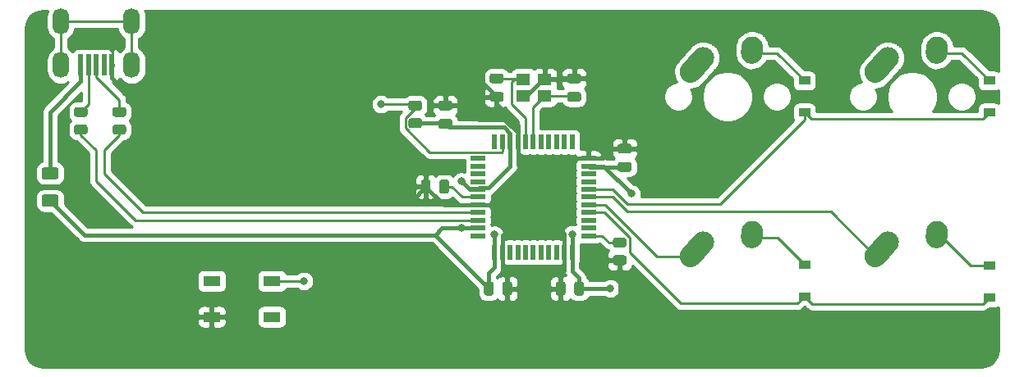
<source format=gbl>
%TF.GenerationSoftware,KiCad,Pcbnew,(5.1.10)-1*%
%TF.CreationDate,2021-05-12T23:01:37-04:00*%
%TF.ProjectId,SwagPad,53776167-5061-4642-9e6b-696361645f70,rev?*%
%TF.SameCoordinates,Original*%
%TF.FileFunction,Copper,L2,Bot*%
%TF.FilePolarity,Positive*%
%FSLAX46Y46*%
G04 Gerber Fmt 4.6, Leading zero omitted, Abs format (unit mm)*
G04 Created by KiCad (PCBNEW (5.1.10)-1) date 2021-05-12 23:01:37*
%MOMM*%
%LPD*%
G01*
G04 APERTURE LIST*
%TA.AperFunction,SMDPad,CuDef*%
%ADD10R,1.400000X1.200000*%
%TD*%
%TA.AperFunction,ComponentPad*%
%ADD11O,1.700000X2.700000*%
%TD*%
%TA.AperFunction,SMDPad,CuDef*%
%ADD12R,0.500000X2.250000*%
%TD*%
%TA.AperFunction,SMDPad,CuDef*%
%ADD13R,0.550000X1.500000*%
%TD*%
%TA.AperFunction,SMDPad,CuDef*%
%ADD14R,1.500000X0.550000*%
%TD*%
%TA.AperFunction,SMDPad,CuDef*%
%ADD15R,1.800000X1.100000*%
%TD*%
%TA.AperFunction,ComponentPad*%
%ADD16C,2.250000*%
%TD*%
%TA.AperFunction,SMDPad,CuDef*%
%ADD17R,1.200000X0.900000*%
%TD*%
%TA.AperFunction,ViaPad*%
%ADD18C,0.800000*%
%TD*%
%TA.AperFunction,Conductor*%
%ADD19C,0.381000*%
%TD*%
%TA.AperFunction,Conductor*%
%ADD20C,0.254000*%
%TD*%
%TA.AperFunction,Conductor*%
%ADD21C,0.100000*%
%TD*%
G04 APERTURE END LIST*
D10*
%TO.P,Y1,4*%
%TO.N,GND*%
X117686000Y-87129250D03*
%TO.P,Y1,3*%
%TO.N,Net-(C4-Pad1)*%
X115486000Y-87129250D03*
%TO.P,Y1,2*%
%TO.N,GND*%
X115486000Y-88829250D03*
%TO.P,Y1,1*%
%TO.N,Net-(C3-Pad1)*%
X117686000Y-88829250D03*
%TD*%
D11*
%TO.P,USB1,6*%
%TO.N,Net-(USB1-Pad6)*%
X67787500Y-81153000D03*
X75087500Y-81153000D03*
X75087500Y-85653000D03*
X67787500Y-85653000D03*
D12*
%TO.P,USB1,5*%
%TO.N,VCC*%
X69837500Y-85653000D03*
%TO.P,USB1,4*%
%TO.N,D-*%
X70637500Y-85653000D03*
%TO.P,USB1,3*%
%TO.N,D+*%
X71437500Y-85653000D03*
%TO.P,USB1,2*%
%TO.N,Net-(USB1-Pad2)*%
X72237500Y-85653000D03*
%TO.P,USB1,1*%
%TO.N,GND*%
X73037500Y-85653000D03*
%TD*%
D13*
%TO.P,U1,44*%
%TO.N,+5V*%
X112507500Y-104981750D03*
%TO.P,U1,43*%
%TO.N,GND*%
X113307500Y-104981750D03*
%TO.P,U1,42*%
%TO.N,Net-(U1-Pad42)*%
X114107500Y-104981750D03*
%TO.P,U1,41*%
%TO.N,Net-(U1-Pad41)*%
X114907500Y-104981750D03*
%TO.P,U1,40*%
%TO.N,Net-(U1-Pad40)*%
X115707500Y-104981750D03*
%TO.P,U1,39*%
%TO.N,Net-(U1-Pad39)*%
X116507500Y-104981750D03*
%TO.P,U1,38*%
%TO.N,Net-(U1-Pad38)*%
X117307500Y-104981750D03*
%TO.P,U1,37*%
%TO.N,Net-(U1-Pad37)*%
X118107500Y-104981750D03*
%TO.P,U1,36*%
%TO.N,Net-(U1-Pad36)*%
X118907500Y-104981750D03*
%TO.P,U1,35*%
%TO.N,GND*%
X119707500Y-104981750D03*
%TO.P,U1,34*%
%TO.N,+5V*%
X120507500Y-104981750D03*
D14*
%TO.P,U1,33*%
%TO.N,Net-(R4-Pad2)*%
X122207500Y-103281750D03*
%TO.P,U1,32*%
%TO.N,Net-(U1-Pad32)*%
X122207500Y-102481750D03*
%TO.P,U1,31*%
%TO.N,Net-(U1-Pad31)*%
X122207500Y-101681750D03*
%TO.P,U1,30*%
%TO.N,ROW1*%
X122207500Y-100881750D03*
%TO.P,U1,29*%
%TO.N,COL0*%
X122207500Y-100081750D03*
%TO.P,U1,28*%
%TO.N,COL1*%
X122207500Y-99281750D03*
%TO.P,U1,27*%
%TO.N,ROW0*%
X122207500Y-98481750D03*
%TO.P,U1,26*%
%TO.N,Net-(U1-Pad26)*%
X122207500Y-97681750D03*
%TO.P,U1,25*%
%TO.N,Net-(U1-Pad25)*%
X122207500Y-96881750D03*
%TO.P,U1,24*%
%TO.N,+5V*%
X122207500Y-96081750D03*
%TO.P,U1,23*%
%TO.N,GND*%
X122207500Y-95281750D03*
D13*
%TO.P,U1,22*%
%TO.N,Net-(U1-Pad22)*%
X120507500Y-93581750D03*
%TO.P,U1,21*%
%TO.N,Net-(U1-Pad21)*%
X119707500Y-93581750D03*
%TO.P,U1,20*%
%TO.N,Net-(U1-Pad20)*%
X118907500Y-93581750D03*
%TO.P,U1,19*%
%TO.N,Net-(U1-Pad19)*%
X118107500Y-93581750D03*
%TO.P,U1,18*%
%TO.N,Net-(U1-Pad18)*%
X117307500Y-93581750D03*
%TO.P,U1,17*%
%TO.N,Net-(C3-Pad1)*%
X116507500Y-93581750D03*
%TO.P,U1,16*%
%TO.N,Net-(C4-Pad1)*%
X115707500Y-93581750D03*
%TO.P,U1,15*%
%TO.N,GND*%
X114907500Y-93581750D03*
%TO.P,U1,14*%
%TO.N,+5V*%
X114107500Y-93581750D03*
%TO.P,U1,13*%
%TO.N,Net-(R3-Pad2)*%
X113307500Y-93581750D03*
%TO.P,U1,12*%
%TO.N,Net-(U1-Pad12)*%
X112507500Y-93581750D03*
D14*
%TO.P,U1,11*%
%TO.N,Net-(U1-Pad11)*%
X110807500Y-95281750D03*
%TO.P,U1,10*%
%TO.N,Net-(U1-Pad10)*%
X110807500Y-96081750D03*
%TO.P,U1,9*%
%TO.N,Net-(U1-Pad9)*%
X110807500Y-96881750D03*
%TO.P,U1,8*%
%TO.N,Net-(U1-Pad8)*%
X110807500Y-97681750D03*
%TO.P,U1,7*%
%TO.N,+5V*%
X110807500Y-98481750D03*
%TO.P,U1,6*%
%TO.N,Net-(C5-Pad1)*%
X110807500Y-99281750D03*
%TO.P,U1,5*%
%TO.N,GND*%
X110807500Y-100081750D03*
%TO.P,U1,4*%
%TO.N,Net-(R2-Pad1)*%
X110807500Y-100881750D03*
%TO.P,U1,3*%
%TO.N,Net-(R1-Pad1)*%
X110807500Y-101681750D03*
%TO.P,U1,2*%
%TO.N,+5V*%
X110807500Y-102481750D03*
%TO.P,U1,1*%
%TO.N,Net-(U1-Pad1)*%
X110807500Y-103281750D03*
%TD*%
D15*
%TO.P,SW1,4*%
%TO.N,N/C*%
X89543750Y-111650000D03*
%TO.P,SW1,3*%
X83343750Y-107950000D03*
%TO.P,SW1,2*%
%TO.N,Net-(R3-Pad2)*%
X89543750Y-107950000D03*
%TO.P,SW1,1*%
%TO.N,GND*%
X83343750Y-111650000D03*
%TD*%
%TO.P,R4,2*%
%TO.N,Net-(R4-Pad2)*%
%TA.AperFunction,SMDPad,CuDef*%
G36*
G01*
X125862501Y-104493750D02*
X124962499Y-104493750D01*
G75*
G02*
X124712500Y-104243751I0J249999D01*
G01*
X124712500Y-103718749D01*
G75*
G02*
X124962499Y-103468750I249999J0D01*
G01*
X125862501Y-103468750D01*
G75*
G02*
X126112500Y-103718749I0J-249999D01*
G01*
X126112500Y-104243751D01*
G75*
G02*
X125862501Y-104493750I-249999J0D01*
G01*
G37*
%TD.AperFunction*%
%TO.P,R4,1*%
%TO.N,GND*%
%TA.AperFunction,SMDPad,CuDef*%
G36*
G01*
X125862501Y-106318750D02*
X124962499Y-106318750D01*
G75*
G02*
X124712500Y-106068751I0J249999D01*
G01*
X124712500Y-105543749D01*
G75*
G02*
X124962499Y-105293750I249999J0D01*
G01*
X125862501Y-105293750D01*
G75*
G02*
X126112500Y-105543749I0J-249999D01*
G01*
X126112500Y-106068751D01*
G75*
G02*
X125862501Y-106318750I-249999J0D01*
G01*
G37*
%TD.AperFunction*%
%TD*%
%TO.P,R3,2*%
%TO.N,Net-(R3-Pad2)*%
%TA.AperFunction,SMDPad,CuDef*%
G36*
G01*
X104780501Y-90333250D02*
X103880499Y-90333250D01*
G75*
G02*
X103630500Y-90083251I0J249999D01*
G01*
X103630500Y-89558249D01*
G75*
G02*
X103880499Y-89308250I249999J0D01*
G01*
X104780501Y-89308250D01*
G75*
G02*
X105030500Y-89558249I0J-249999D01*
G01*
X105030500Y-90083251D01*
G75*
G02*
X104780501Y-90333250I-249999J0D01*
G01*
G37*
%TD.AperFunction*%
%TO.P,R3,1*%
%TO.N,+5V*%
%TA.AperFunction,SMDPad,CuDef*%
G36*
G01*
X104780501Y-92158250D02*
X103880499Y-92158250D01*
G75*
G02*
X103630500Y-91908251I0J249999D01*
G01*
X103630500Y-91383249D01*
G75*
G02*
X103880499Y-91133250I249999J0D01*
G01*
X104780501Y-91133250D01*
G75*
G02*
X105030500Y-91383249I0J-249999D01*
G01*
X105030500Y-91908251D01*
G75*
G02*
X104780501Y-92158250I-249999J0D01*
G01*
G37*
%TD.AperFunction*%
%TD*%
%TO.P,R2,2*%
%TO.N,D+*%
%TA.AperFunction,SMDPad,CuDef*%
G36*
G01*
X74268751Y-91000000D02*
X73368749Y-91000000D01*
G75*
G02*
X73118750Y-90750001I0J249999D01*
G01*
X73118750Y-90224999D01*
G75*
G02*
X73368749Y-89975000I249999J0D01*
G01*
X74268751Y-89975000D01*
G75*
G02*
X74518750Y-90224999I0J-249999D01*
G01*
X74518750Y-90750001D01*
G75*
G02*
X74268751Y-91000000I-249999J0D01*
G01*
G37*
%TD.AperFunction*%
%TO.P,R2,1*%
%TO.N,Net-(R2-Pad1)*%
%TA.AperFunction,SMDPad,CuDef*%
G36*
G01*
X74268751Y-92825000D02*
X73368749Y-92825000D01*
G75*
G02*
X73118750Y-92575001I0J249999D01*
G01*
X73118750Y-92049999D01*
G75*
G02*
X73368749Y-91800000I249999J0D01*
G01*
X74268751Y-91800000D01*
G75*
G02*
X74518750Y-92049999I0J-249999D01*
G01*
X74518750Y-92575001D01*
G75*
G02*
X74268751Y-92825000I-249999J0D01*
G01*
G37*
%TD.AperFunction*%
%TD*%
%TO.P,R1,2*%
%TO.N,D-*%
%TA.AperFunction,SMDPad,CuDef*%
G36*
G01*
X70300001Y-91000000D02*
X69399999Y-91000000D01*
G75*
G02*
X69150000Y-90750001I0J249999D01*
G01*
X69150000Y-90224999D01*
G75*
G02*
X69399999Y-89975000I249999J0D01*
G01*
X70300001Y-89975000D01*
G75*
G02*
X70550000Y-90224999I0J-249999D01*
G01*
X70550000Y-90750001D01*
G75*
G02*
X70300001Y-91000000I-249999J0D01*
G01*
G37*
%TD.AperFunction*%
%TO.P,R1,1*%
%TO.N,Net-(R1-Pad1)*%
%TA.AperFunction,SMDPad,CuDef*%
G36*
G01*
X70300001Y-92825000D02*
X69399999Y-92825000D01*
G75*
G02*
X69150000Y-92575001I0J249999D01*
G01*
X69150000Y-92049999D01*
G75*
G02*
X69399999Y-91800000I249999J0D01*
G01*
X70300001Y-91800000D01*
G75*
G02*
X70550000Y-92049999I0J-249999D01*
G01*
X70550000Y-92575001D01*
G75*
G02*
X70300001Y-92825000I-249999J0D01*
G01*
G37*
%TD.AperFunction*%
%TD*%
D16*
%TO.P,MX4,1*%
%TO.N,COL1*%
X153075000Y-103950000D03*
%TA.AperFunction,ComponentPad*%
G36*
G01*
X151013688Y-106247350D02*
X151013683Y-106247345D01*
G75*
G02*
X150927655Y-104658683I751317J837345D01*
G01*
X152237657Y-103198683D01*
G75*
G02*
X153826319Y-103112655I837345J-751317D01*
G01*
X153826319Y-103112655D01*
G75*
G02*
X153912347Y-104701317I-751317J-837345D01*
G01*
X152602345Y-106161317D01*
G75*
G02*
X151013683Y-106247345I-837345J751317D01*
G01*
G37*
%TD.AperFunction*%
%TO.P,MX4,2*%
%TO.N,Net-(D4-Pad2)*%
X158115000Y-102870000D03*
%TA.AperFunction,ComponentPad*%
G36*
G01*
X157998483Y-104572395D02*
X157997597Y-104572334D01*
G75*
G02*
X156952666Y-103372597I77403J1122334D01*
G01*
X156992666Y-102792597D01*
G75*
G02*
X158192403Y-101747666I1122334J-77403D01*
G01*
X158192403Y-101747666D01*
G75*
G02*
X159237334Y-102947403I-77403J-1122334D01*
G01*
X159197334Y-103527403D01*
G75*
G02*
X157997597Y-104572334I-1122334J77403D01*
G01*
G37*
%TD.AperFunction*%
%TD*%
%TO.P,MX3,2*%
%TO.N,Net-(D3-Pad2)*%
%TA.AperFunction,ComponentPad*%
G36*
G01*
X157998483Y-85522395D02*
X157997597Y-85522334D01*
G75*
G02*
X156952666Y-84322597I77403J1122334D01*
G01*
X156992666Y-83742597D01*
G75*
G02*
X158192403Y-82697666I1122334J-77403D01*
G01*
X158192403Y-82697666D01*
G75*
G02*
X159237334Y-83897403I-77403J-1122334D01*
G01*
X159197334Y-84477403D01*
G75*
G02*
X157997597Y-85522334I-1122334J77403D01*
G01*
G37*
%TD.AperFunction*%
X158115000Y-83820000D03*
%TO.P,MX3,1*%
%TO.N,COL1*%
%TA.AperFunction,ComponentPad*%
G36*
G01*
X151013688Y-87197350D02*
X151013683Y-87197345D01*
G75*
G02*
X150927655Y-85608683I751317J837345D01*
G01*
X152237657Y-84148683D01*
G75*
G02*
X153826319Y-84062655I837345J-751317D01*
G01*
X153826319Y-84062655D01*
G75*
G02*
X153912347Y-85651317I-751317J-837345D01*
G01*
X152602345Y-87111317D01*
G75*
G02*
X151013683Y-87197345I-837345J751317D01*
G01*
G37*
%TD.AperFunction*%
X153075000Y-84900000D03*
%TD*%
%TO.P,MX2,1*%
%TO.N,COL0*%
X134025000Y-103950000D03*
%TA.AperFunction,ComponentPad*%
G36*
G01*
X131963688Y-106247350D02*
X131963683Y-106247345D01*
G75*
G02*
X131877655Y-104658683I751317J837345D01*
G01*
X133187657Y-103198683D01*
G75*
G02*
X134776319Y-103112655I837345J-751317D01*
G01*
X134776319Y-103112655D01*
G75*
G02*
X134862347Y-104701317I-751317J-837345D01*
G01*
X133552345Y-106161317D01*
G75*
G02*
X131963683Y-106247345I-837345J751317D01*
G01*
G37*
%TD.AperFunction*%
%TO.P,MX2,2*%
%TO.N,Net-(D2-Pad2)*%
X139065000Y-102870000D03*
%TA.AperFunction,ComponentPad*%
G36*
G01*
X138948483Y-104572395D02*
X138947597Y-104572334D01*
G75*
G02*
X137902666Y-103372597I77403J1122334D01*
G01*
X137942666Y-102792597D01*
G75*
G02*
X139142403Y-101747666I1122334J-77403D01*
G01*
X139142403Y-101747666D01*
G75*
G02*
X140187334Y-102947403I-77403J-1122334D01*
G01*
X140147334Y-103527403D01*
G75*
G02*
X138947597Y-104572334I-1122334J77403D01*
G01*
G37*
%TD.AperFunction*%
%TD*%
%TO.P,MX1,2*%
%TO.N,Net-(D1-Pad2)*%
%TA.AperFunction,ComponentPad*%
G36*
G01*
X138948483Y-85522395D02*
X138947597Y-85522334D01*
G75*
G02*
X137902666Y-84322597I77403J1122334D01*
G01*
X137942666Y-83742597D01*
G75*
G02*
X139142403Y-82697666I1122334J-77403D01*
G01*
X139142403Y-82697666D01*
G75*
G02*
X140187334Y-83897403I-77403J-1122334D01*
G01*
X140147334Y-84477403D01*
G75*
G02*
X138947597Y-85522334I-1122334J77403D01*
G01*
G37*
%TD.AperFunction*%
X139065000Y-83820000D03*
%TO.P,MX1,1*%
%TO.N,COL0*%
%TA.AperFunction,ComponentPad*%
G36*
G01*
X131963688Y-87197350D02*
X131963683Y-87197345D01*
G75*
G02*
X131877655Y-85608683I751317J837345D01*
G01*
X133187657Y-84148683D01*
G75*
G02*
X134776319Y-84062655I837345J-751317D01*
G01*
X134776319Y-84062655D01*
G75*
G02*
X134862347Y-85651317I-751317J-837345D01*
G01*
X133552345Y-87111317D01*
G75*
G02*
X131963683Y-87197345I-837345J751317D01*
G01*
G37*
%TD.AperFunction*%
X134025000Y-84900000D03*
%TD*%
%TO.P,F1,2*%
%TO.N,VCC*%
%TA.AperFunction,SMDPad,CuDef*%
G36*
G01*
X67300000Y-97462500D02*
X66050000Y-97462500D01*
G75*
G02*
X65800000Y-97212500I0J250000D01*
G01*
X65800000Y-96462500D01*
G75*
G02*
X66050000Y-96212500I250000J0D01*
G01*
X67300000Y-96212500D01*
G75*
G02*
X67550000Y-96462500I0J-250000D01*
G01*
X67550000Y-97212500D01*
G75*
G02*
X67300000Y-97462500I-250000J0D01*
G01*
G37*
%TD.AperFunction*%
%TO.P,F1,1*%
%TO.N,+5V*%
%TA.AperFunction,SMDPad,CuDef*%
G36*
G01*
X67300000Y-100262500D02*
X66050000Y-100262500D01*
G75*
G02*
X65800000Y-100012500I0J250000D01*
G01*
X65800000Y-99262500D01*
G75*
G02*
X66050000Y-99012500I250000J0D01*
G01*
X67300000Y-99012500D01*
G75*
G02*
X67550000Y-99262500I0J-250000D01*
G01*
X67550000Y-100012500D01*
G75*
G02*
X67300000Y-100262500I-250000J0D01*
G01*
G37*
%TD.AperFunction*%
%TD*%
D17*
%TO.P,D4,2*%
%TO.N,Net-(D4-Pad2)*%
X163512500Y-106362500D03*
%TO.P,D4,1*%
%TO.N,ROW1*%
X163512500Y-109662500D03*
%TD*%
%TO.P,D3,2*%
%TO.N,Net-(D3-Pad2)*%
X163512500Y-87250000D03*
%TO.P,D3,1*%
%TO.N,ROW0*%
X163512500Y-90550000D03*
%TD*%
%TO.P,D2,2*%
%TO.N,Net-(D2-Pad2)*%
X144462500Y-106237500D03*
%TO.P,D2,1*%
%TO.N,ROW1*%
X144462500Y-109537500D03*
%TD*%
%TO.P,D1,2*%
%TO.N,Net-(D1-Pad2)*%
X144462500Y-87250000D03*
%TO.P,D1,1*%
%TO.N,ROW0*%
X144462500Y-90550000D03*
%TD*%
%TO.P,C7,2*%
%TO.N,GND*%
%TA.AperFunction,SMDPad,CuDef*%
G36*
G01*
X113318750Y-109218750D02*
X113318750Y-108268750D01*
G75*
G02*
X113568750Y-108018750I250000J0D01*
G01*
X114068750Y-108018750D01*
G75*
G02*
X114318750Y-108268750I0J-250000D01*
G01*
X114318750Y-109218750D01*
G75*
G02*
X114068750Y-109468750I-250000J0D01*
G01*
X113568750Y-109468750D01*
G75*
G02*
X113318750Y-109218750I0J250000D01*
G01*
G37*
%TD.AperFunction*%
%TO.P,C7,1*%
%TO.N,+5V*%
%TA.AperFunction,SMDPad,CuDef*%
G36*
G01*
X111418750Y-109218750D02*
X111418750Y-108268750D01*
G75*
G02*
X111668750Y-108018750I250000J0D01*
G01*
X112168750Y-108018750D01*
G75*
G02*
X112418750Y-108268750I0J-250000D01*
G01*
X112418750Y-109218750D01*
G75*
G02*
X112168750Y-109468750I-250000J0D01*
G01*
X111668750Y-109468750D01*
G75*
G02*
X111418750Y-109218750I0J250000D01*
G01*
G37*
%TD.AperFunction*%
%TD*%
%TO.P,C6,2*%
%TO.N,GND*%
%TA.AperFunction,SMDPad,CuDef*%
G36*
G01*
X107917000Y-90325750D02*
X106967000Y-90325750D01*
G75*
G02*
X106717000Y-90075750I0J250000D01*
G01*
X106717000Y-89575750D01*
G75*
G02*
X106967000Y-89325750I250000J0D01*
G01*
X107917000Y-89325750D01*
G75*
G02*
X108167000Y-89575750I0J-250000D01*
G01*
X108167000Y-90075750D01*
G75*
G02*
X107917000Y-90325750I-250000J0D01*
G01*
G37*
%TD.AperFunction*%
%TO.P,C6,1*%
%TO.N,+5V*%
%TA.AperFunction,SMDPad,CuDef*%
G36*
G01*
X107917000Y-92225750D02*
X106967000Y-92225750D01*
G75*
G02*
X106717000Y-91975750I0J250000D01*
G01*
X106717000Y-91475750D01*
G75*
G02*
X106967000Y-91225750I250000J0D01*
G01*
X107917000Y-91225750D01*
G75*
G02*
X108167000Y-91475750I0J-250000D01*
G01*
X108167000Y-91975750D01*
G75*
G02*
X107917000Y-92225750I-250000J0D01*
G01*
G37*
%TD.AperFunction*%
%TD*%
%TO.P,C5,2*%
%TO.N,GND*%
%TA.AperFunction,SMDPad,CuDef*%
G36*
G01*
X105912500Y-97727750D02*
X105912500Y-98677750D01*
G75*
G02*
X105662500Y-98927750I-250000J0D01*
G01*
X105162500Y-98927750D01*
G75*
G02*
X104912500Y-98677750I0J250000D01*
G01*
X104912500Y-97727750D01*
G75*
G02*
X105162500Y-97477750I250000J0D01*
G01*
X105662500Y-97477750D01*
G75*
G02*
X105912500Y-97727750I0J-250000D01*
G01*
G37*
%TD.AperFunction*%
%TO.P,C5,1*%
%TO.N,Net-(C5-Pad1)*%
%TA.AperFunction,SMDPad,CuDef*%
G36*
G01*
X107812500Y-97727750D02*
X107812500Y-98677750D01*
G75*
G02*
X107562500Y-98927750I-250000J0D01*
G01*
X107062500Y-98927750D01*
G75*
G02*
X106812500Y-98677750I0J250000D01*
G01*
X106812500Y-97727750D01*
G75*
G02*
X107062500Y-97477750I250000J0D01*
G01*
X107562500Y-97477750D01*
G75*
G02*
X107812500Y-97727750I0J-250000D01*
G01*
G37*
%TD.AperFunction*%
%TD*%
%TO.P,C4,2*%
%TO.N,GND*%
%TA.AperFunction,SMDPad,CuDef*%
G36*
G01*
X112237500Y-88426750D02*
X113187500Y-88426750D01*
G75*
G02*
X113437500Y-88676750I0J-250000D01*
G01*
X113437500Y-89176750D01*
G75*
G02*
X113187500Y-89426750I-250000J0D01*
G01*
X112237500Y-89426750D01*
G75*
G02*
X111987500Y-89176750I0J250000D01*
G01*
X111987500Y-88676750D01*
G75*
G02*
X112237500Y-88426750I250000J0D01*
G01*
G37*
%TD.AperFunction*%
%TO.P,C4,1*%
%TO.N,Net-(C4-Pad1)*%
%TA.AperFunction,SMDPad,CuDef*%
G36*
G01*
X112237500Y-86526750D02*
X113187500Y-86526750D01*
G75*
G02*
X113437500Y-86776750I0J-250000D01*
G01*
X113437500Y-87276750D01*
G75*
G02*
X113187500Y-87526750I-250000J0D01*
G01*
X112237500Y-87526750D01*
G75*
G02*
X111987500Y-87276750I0J250000D01*
G01*
X111987500Y-86776750D01*
G75*
G02*
X112237500Y-86526750I250000J0D01*
G01*
G37*
%TD.AperFunction*%
%TD*%
%TO.P,C3,2*%
%TO.N,GND*%
%TA.AperFunction,SMDPad,CuDef*%
G36*
G01*
X121188500Y-87531750D02*
X120238500Y-87531750D01*
G75*
G02*
X119988500Y-87281750I0J250000D01*
G01*
X119988500Y-86781750D01*
G75*
G02*
X120238500Y-86531750I250000J0D01*
G01*
X121188500Y-86531750D01*
G75*
G02*
X121438500Y-86781750I0J-250000D01*
G01*
X121438500Y-87281750D01*
G75*
G02*
X121188500Y-87531750I-250000J0D01*
G01*
G37*
%TD.AperFunction*%
%TO.P,C3,1*%
%TO.N,Net-(C3-Pad1)*%
%TA.AperFunction,SMDPad,CuDef*%
G36*
G01*
X121188500Y-89431750D02*
X120238500Y-89431750D01*
G75*
G02*
X119988500Y-89181750I0J250000D01*
G01*
X119988500Y-88681750D01*
G75*
G02*
X120238500Y-88431750I250000J0D01*
G01*
X121188500Y-88431750D01*
G75*
G02*
X121438500Y-88681750I0J-250000D01*
G01*
X121438500Y-89181750D01*
G75*
G02*
X121188500Y-89431750I-250000J0D01*
G01*
G37*
%TD.AperFunction*%
%TD*%
%TO.P,C2,2*%
%TO.N,GND*%
%TA.AperFunction,SMDPad,CuDef*%
G36*
G01*
X119821500Y-108268750D02*
X119821500Y-109218750D01*
G75*
G02*
X119571500Y-109468750I-250000J0D01*
G01*
X119071500Y-109468750D01*
G75*
G02*
X118821500Y-109218750I0J250000D01*
G01*
X118821500Y-108268750D01*
G75*
G02*
X119071500Y-108018750I250000J0D01*
G01*
X119571500Y-108018750D01*
G75*
G02*
X119821500Y-108268750I0J-250000D01*
G01*
G37*
%TD.AperFunction*%
%TO.P,C2,1*%
%TO.N,+5V*%
%TA.AperFunction,SMDPad,CuDef*%
G36*
G01*
X121721500Y-108268750D02*
X121721500Y-109218750D01*
G75*
G02*
X121471500Y-109468750I-250000J0D01*
G01*
X120971500Y-109468750D01*
G75*
G02*
X120721500Y-109218750I0J250000D01*
G01*
X120721500Y-108268750D01*
G75*
G02*
X120971500Y-108018750I250000J0D01*
G01*
X121471500Y-108018750D01*
G75*
G02*
X121721500Y-108268750I0J-250000D01*
G01*
G37*
%TD.AperFunction*%
%TD*%
%TO.P,C1,2*%
%TO.N,GND*%
%TA.AperFunction,SMDPad,CuDef*%
G36*
G01*
X126395500Y-94770750D02*
X125445500Y-94770750D01*
G75*
G02*
X125195500Y-94520750I0J250000D01*
G01*
X125195500Y-94020750D01*
G75*
G02*
X125445500Y-93770750I250000J0D01*
G01*
X126395500Y-93770750D01*
G75*
G02*
X126645500Y-94020750I0J-250000D01*
G01*
X126645500Y-94520750D01*
G75*
G02*
X126395500Y-94770750I-250000J0D01*
G01*
G37*
%TD.AperFunction*%
%TO.P,C1,1*%
%TO.N,+5V*%
%TA.AperFunction,SMDPad,CuDef*%
G36*
G01*
X126395500Y-96670750D02*
X125445500Y-96670750D01*
G75*
G02*
X125195500Y-96420750I0J250000D01*
G01*
X125195500Y-95920750D01*
G75*
G02*
X125445500Y-95670750I250000J0D01*
G01*
X126395500Y-95670750D01*
G75*
G02*
X126645500Y-95920750I0J-250000D01*
G01*
X126645500Y-96420750D01*
G75*
G02*
X126395500Y-96670750I-250000J0D01*
G01*
G37*
%TD.AperFunction*%
%TD*%
D18*
%TO.N,+5V*%
X126619000Y-98933000D03*
X124460000Y-108712000D03*
X109093000Y-97663000D03*
X109093000Y-102489000D03*
X112518780Y-103174477D03*
X120523000Y-103124000D03*
%TO.N,COL0*%
X132715000Y-105410000D03*
%TO.N,COL1*%
X151765000Y-105410000D03*
%TO.N,Net-(R3-Pad2)*%
X100806250Y-89693750D03*
X92868750Y-107950000D03*
%TD*%
D19*
%TO.N,GND*%
X103981250Y-100012500D02*
X103981250Y-99634000D01*
X103981250Y-99634000D02*
X105412500Y-98202750D01*
X77787500Y-100012500D02*
X103981250Y-100012500D01*
X75762750Y-97987750D02*
X77787500Y-100012500D01*
X75762750Y-89693750D02*
X75762750Y-97987750D01*
X73037500Y-85462500D02*
X73037500Y-86968500D01*
X73037500Y-86968500D02*
X75762750Y-89693750D01*
X83343750Y-111650000D02*
X83343750Y-113506250D01*
X113818750Y-112622250D02*
X113818750Y-108743750D01*
X83343750Y-113506250D02*
X112934750Y-113506250D01*
X112934750Y-113506250D02*
X113818750Y-112622250D01*
X83343750Y-111650000D02*
X82818750Y-111650000D01*
X105412500Y-98202750D02*
X107291500Y-100081750D01*
X107291500Y-100081750D02*
X110807500Y-100081750D01*
X114236500Y-102298500D02*
X112019750Y-100081750D01*
X112019750Y-100081750D02*
X110807500Y-100081750D01*
X114236500Y-102298500D02*
X113307500Y-103227500D01*
X113307500Y-103227500D02*
X113307500Y-104981750D01*
X118935500Y-102298500D02*
X114236500Y-102298500D01*
X118935500Y-102298500D02*
X119707500Y-103070500D01*
X119707500Y-103070500D02*
X119707500Y-104981750D01*
X118935500Y-96774000D02*
X118935500Y-102298500D01*
X115697000Y-96774000D02*
X114907500Y-95984500D01*
X114907500Y-95984500D02*
X114907500Y-93581750D01*
X118935500Y-96774000D02*
X115697000Y-96774000D01*
X120427750Y-95281750D02*
X118935500Y-96774000D01*
X122207500Y-95281750D02*
X120427750Y-95281750D01*
X124677250Y-94270750D02*
X123666250Y-95281750D01*
X123666250Y-95281750D02*
X122207500Y-95281750D01*
X125920500Y-94270750D02*
X124677250Y-94270750D01*
X125412500Y-105806250D02*
X125412500Y-110553500D01*
X125412500Y-110553500D02*
X124079000Y-111887000D01*
X124079000Y-111887000D02*
X120015000Y-111887000D01*
X120015000Y-111887000D02*
X119321500Y-111193500D01*
X119321500Y-111193500D02*
X119321500Y-108743750D01*
X119321500Y-107246500D02*
X119707500Y-106860500D01*
X119707500Y-106860500D02*
X119707500Y-104981750D01*
X119321500Y-108743750D02*
X119321500Y-107246500D01*
X113818750Y-107214750D02*
X113307500Y-106703500D01*
X113307500Y-106703500D02*
X113307500Y-104981750D01*
X113818750Y-108743750D02*
X113818750Y-107214750D01*
X114907500Y-91888750D02*
X114907500Y-92682500D01*
X114907500Y-92682500D02*
X114907500Y-93581750D01*
X110861000Y-91281250D02*
X113506250Y-91281250D01*
X113506250Y-91281250D02*
X114907500Y-92682500D01*
X109405500Y-89825750D02*
X110861000Y-91281250D01*
X107442000Y-89825750D02*
X109405500Y-89825750D01*
X117686000Y-87129250D02*
X120616000Y-87129250D01*
X120616000Y-87129250D02*
X120713500Y-87031750D01*
X112712500Y-89693750D02*
X114907500Y-91888750D01*
X112712500Y-88926750D02*
X112712500Y-89693750D01*
X111125000Y-85725000D02*
X111125000Y-87339250D01*
X111125000Y-87339250D02*
X112712500Y-88926750D01*
X111918750Y-84931250D02*
X111125000Y-85725000D01*
X116681250Y-84931250D02*
X111918750Y-84931250D01*
X117686000Y-85936000D02*
X116681250Y-84931250D01*
X117686000Y-87129250D02*
X117686000Y-85936000D01*
X117686000Y-87129250D02*
X117488902Y-87129250D01*
X117488902Y-87129250D02*
X115788902Y-88829250D01*
X115788902Y-88829250D02*
X115486000Y-88829250D01*
%TO.N,+5V*%
X70225000Y-103187500D02*
X106362500Y-103187500D01*
X106362500Y-103187500D02*
X111918750Y-108743750D01*
X66675000Y-99637500D02*
X70225000Y-103187500D01*
X104330500Y-91645750D02*
X107362000Y-91645750D01*
X107362000Y-91645750D02*
X107442000Y-91725750D01*
X125920500Y-96170750D02*
X122296500Y-96170750D01*
X122296500Y-96170750D02*
X122207500Y-96081750D01*
X121221500Y-107632500D02*
X120507500Y-106918500D01*
X120507500Y-106918500D02*
X120507500Y-104981750D01*
X121221500Y-108743750D02*
X121221500Y-107632500D01*
X111918750Y-108743750D02*
X111918750Y-107156250D01*
X111918750Y-107156250D02*
X112507500Y-106567500D01*
X112507500Y-106567500D02*
X112507500Y-104981750D01*
X113478328Y-92075000D02*
X114107500Y-92704172D01*
X114107500Y-92704172D02*
X114107500Y-93581750D01*
X107442000Y-91725750D02*
X107791250Y-92075000D01*
X107791250Y-92075000D02*
X113478328Y-92075000D01*
X107442000Y-91725750D02*
X107805211Y-92088961D01*
X110941999Y-98347251D02*
X110807500Y-98481750D01*
X111869901Y-98347251D02*
X110941999Y-98347251D01*
X114107500Y-96109652D02*
X111869901Y-98347251D01*
X114107500Y-93581750D02*
X114107500Y-96109652D01*
X123767750Y-96081750D02*
X126619000Y-98933000D01*
X122207500Y-96081750D02*
X123767750Y-96081750D01*
X121253250Y-108712000D02*
X121221500Y-108743750D01*
X124460000Y-108712000D02*
X121253250Y-108712000D01*
X109911750Y-98481750D02*
X109093000Y-97663000D01*
X110807500Y-98481750D02*
X109911750Y-98481750D01*
X110800250Y-102489000D02*
X110807500Y-102481750D01*
X109093000Y-102489000D02*
X110800250Y-102489000D01*
X107061000Y-102489000D02*
X106362500Y-103187500D01*
X109093000Y-102489000D02*
X107061000Y-102489000D01*
X112507500Y-103185757D02*
X112518780Y-103174477D01*
X112507500Y-104981750D02*
X112507500Y-103185757D01*
X120523000Y-104966250D02*
X120507500Y-104981750D01*
X120523000Y-103124000D02*
X120523000Y-104966250D01*
D20*
%TO.N,Net-(C3-Pad1)*%
X117686000Y-88829250D02*
X120611000Y-88829250D01*
X120611000Y-88829250D02*
X120713500Y-88931750D01*
X117686000Y-88829250D02*
X116507500Y-90007750D01*
X116507500Y-90007750D02*
X116507500Y-93581750D01*
%TO.N,Net-(C4-Pad1)*%
X114300000Y-89693750D02*
X115707500Y-91101250D01*
X115707500Y-91101250D02*
X115707500Y-93581750D01*
X114300000Y-87361250D02*
X114300000Y-89693750D01*
X115486000Y-87129250D02*
X114532000Y-87129250D01*
X114532000Y-87129250D02*
X114300000Y-87361250D01*
X112712500Y-87026750D02*
X115383500Y-87026750D01*
X115383500Y-87026750D02*
X115486000Y-87129250D01*
%TO.N,Net-(C5-Pad1)*%
X108108750Y-98202750D02*
X109187750Y-99281750D01*
X109187750Y-99281750D02*
X110807500Y-99281750D01*
X107312500Y-98202750D02*
X108108750Y-98202750D01*
%TO.N,Net-(D1-Pad2)*%
X141612500Y-84400000D02*
X144462500Y-87250000D01*
X139025000Y-84400000D02*
X141612500Y-84400000D01*
%TO.N,ROW0*%
X144462500Y-90550000D02*
X144146000Y-90550000D01*
X145133401Y-91220901D02*
X144462500Y-90550000D01*
X162841599Y-91220901D02*
X145133401Y-91220901D01*
X163512500Y-90550000D02*
X162841599Y-91220901D01*
X144462500Y-90550000D02*
X144462500Y-91281250D01*
X144462500Y-91281250D02*
X135731250Y-100012500D01*
X135731250Y-100012500D02*
X126206250Y-100012500D01*
X124675500Y-98481750D02*
X122207500Y-98481750D01*
X126206250Y-100012500D02*
X124675500Y-98481750D01*
%TO.N,Net-(D2-Pad2)*%
X141675000Y-103450000D02*
X144462500Y-106237500D01*
X139025000Y-103450000D02*
X141675000Y-103450000D01*
%TO.N,ROW1*%
X123841518Y-100881750D02*
X122207500Y-100881750D01*
X126439510Y-103479742D02*
X123841518Y-100881750D01*
X126439510Y-105008260D02*
X126439510Y-103479742D01*
X131702151Y-110270901D02*
X126439510Y-105008260D01*
X143729099Y-110270901D02*
X131702151Y-110270901D01*
X144462500Y-109537500D02*
X143729099Y-110270901D01*
X163512500Y-109662500D02*
X162843750Y-110331250D01*
X145256250Y-110331250D02*
X144462500Y-109537500D01*
X162843750Y-110331250D02*
X145256250Y-110331250D01*
%TO.N,Net-(D3-Pad2)*%
X160662500Y-84400000D02*
X163512500Y-87250000D01*
X160662500Y-84400000D02*
X158075000Y-84400000D01*
%TO.N,Net-(D4-Pad2)*%
X161607500Y-106362500D02*
X158115000Y-102870000D01*
X163512500Y-106362500D02*
X161607500Y-106362500D01*
D19*
%TO.N,VCC*%
X66675000Y-90487500D02*
X69837500Y-87325000D01*
X69837500Y-87325000D02*
X69837500Y-85462500D01*
X66675000Y-96837500D02*
X66675000Y-90487500D01*
D20*
%TO.N,COL0*%
X132715000Y-105410000D02*
X129222500Y-105410000D01*
X123894250Y-100081750D02*
X122207500Y-100081750D01*
X129222500Y-105410000D02*
X123894250Y-100081750D01*
%TO.N,COL1*%
X122207500Y-99281750D02*
X124681750Y-99281750D01*
X124681750Y-99281750D02*
X126206250Y-100806250D01*
X147161250Y-100806250D02*
X151765000Y-105410000D01*
X126206250Y-100806250D02*
X147161250Y-100806250D01*
%TO.N,D-*%
X70637500Y-85462500D02*
X70637500Y-89700000D01*
X70637500Y-89700000D02*
X69850000Y-90487500D01*
%TO.N,Net-(R1-Pad1)*%
X71437500Y-97631250D02*
X75488000Y-101681750D01*
X75488000Y-101681750D02*
X110807500Y-101681750D01*
X71437500Y-94456250D02*
X71437500Y-97631250D01*
X69850000Y-92868750D02*
X71437500Y-94456250D01*
X69850000Y-92312500D02*
X69850000Y-92868750D01*
X69850000Y-92312500D02*
X70087500Y-92312500D01*
%TO.N,D+*%
X71437500Y-85462500D02*
X71437500Y-86841500D01*
X71437500Y-86841500D02*
X73818750Y-89222750D01*
X73818750Y-89222750D02*
X73818750Y-90487500D01*
%TO.N,Net-(R2-Pad1)*%
X72231250Y-96837500D02*
X76275500Y-100881750D01*
X76275500Y-100881750D02*
X110807500Y-100881750D01*
X72231250Y-94456250D02*
X72231250Y-96837500D01*
X73818750Y-92868750D02*
X72231250Y-94456250D01*
X73818750Y-92312500D02*
X73818750Y-92868750D01*
%TO.N,Net-(R3-Pad2)*%
X100806250Y-89693750D02*
X104203500Y-89693750D01*
X104203500Y-89693750D02*
X104330500Y-89820750D01*
X89543750Y-107950000D02*
X92868750Y-107950000D01*
X113307500Y-94585750D02*
X113307500Y-93581750D01*
X105814983Y-94658751D02*
X113234499Y-94658751D01*
X113234499Y-94658751D02*
X113307500Y-94585750D01*
X103303490Y-92147258D02*
X105814983Y-94658751D01*
X103303490Y-91144242D02*
X103303490Y-92147258D01*
X104626982Y-89820750D02*
X103303490Y-91144242D01*
X104330500Y-89820750D02*
X104626982Y-89820750D01*
%TO.N,Net-(R4-Pad2)*%
X124301250Y-103981250D02*
X123601750Y-103281750D01*
X123601750Y-103281750D02*
X122207500Y-103281750D01*
X125412500Y-103981250D02*
X124301250Y-103981250D01*
%TO.N,Net-(USB1-Pad6)*%
X67787500Y-81153000D02*
X75087500Y-81153000D01*
X75087500Y-85653000D02*
X75087500Y-81153000D01*
X67787500Y-85653000D02*
X67787500Y-81153000D01*
%TD*%
%TO.N,GND*%
X66408901Y-80081966D02*
X66323987Y-80361889D01*
X66302500Y-80580050D01*
X66302500Y-81725949D01*
X66323987Y-81944110D01*
X66408901Y-82224033D01*
X66546794Y-82482013D01*
X66732366Y-82708134D01*
X66958486Y-82893706D01*
X67025501Y-82929526D01*
X67025500Y-83876475D01*
X66958487Y-83912294D01*
X66732367Y-84097866D01*
X66546794Y-84323986D01*
X66408901Y-84581966D01*
X66323987Y-84861889D01*
X66302500Y-85080050D01*
X66302500Y-86225949D01*
X66323987Y-86444110D01*
X66408901Y-86724033D01*
X66546794Y-86982013D01*
X66732366Y-87208134D01*
X66958486Y-87393706D01*
X67216466Y-87531599D01*
X67496389Y-87616513D01*
X67787500Y-87645185D01*
X68078610Y-87616513D01*
X68358533Y-87531599D01*
X68583963Y-87411104D01*
X66119961Y-89875107D01*
X66088460Y-89900959D01*
X66062609Y-89932459D01*
X65985301Y-90026658D01*
X65908647Y-90170067D01*
X65861445Y-90325674D01*
X65845506Y-90487500D01*
X65849501Y-90528060D01*
X65849500Y-95599757D01*
X65710150Y-95642028D01*
X65556614Y-95724095D01*
X65422038Y-95834538D01*
X65311595Y-95969114D01*
X65229528Y-96122650D01*
X65178992Y-96289246D01*
X65161928Y-96462500D01*
X65161928Y-97212500D01*
X65178992Y-97385754D01*
X65229528Y-97552350D01*
X65311595Y-97705886D01*
X65422038Y-97840462D01*
X65556614Y-97950905D01*
X65710150Y-98032972D01*
X65876746Y-98083508D01*
X66050000Y-98100572D01*
X67300000Y-98100572D01*
X67473254Y-98083508D01*
X67639850Y-98032972D01*
X67793386Y-97950905D01*
X67927962Y-97840462D01*
X68038405Y-97705886D01*
X68120472Y-97552350D01*
X68171008Y-97385754D01*
X68188072Y-97212500D01*
X68188072Y-96462500D01*
X68171008Y-96289246D01*
X68120472Y-96122650D01*
X68038405Y-95969114D01*
X67927962Y-95834538D01*
X67793386Y-95724095D01*
X67639850Y-95642028D01*
X67500500Y-95599757D01*
X67500500Y-90829432D01*
X69875501Y-88454432D01*
X69875501Y-89336928D01*
X69399999Y-89336928D01*
X69226745Y-89353992D01*
X69060149Y-89404528D01*
X68906613Y-89486595D01*
X68772038Y-89597038D01*
X68661595Y-89731613D01*
X68579528Y-89885149D01*
X68528992Y-90051745D01*
X68511928Y-90224999D01*
X68511928Y-90750001D01*
X68528992Y-90923255D01*
X68579528Y-91089851D01*
X68661595Y-91243387D01*
X68772038Y-91377962D01*
X68798891Y-91400000D01*
X68772038Y-91422038D01*
X68661595Y-91556613D01*
X68579528Y-91710149D01*
X68528992Y-91876745D01*
X68511928Y-92049999D01*
X68511928Y-92575001D01*
X68528992Y-92748255D01*
X68579528Y-92914851D01*
X68661595Y-93068387D01*
X68772038Y-93202962D01*
X68906613Y-93313405D01*
X69060149Y-93395472D01*
X69226745Y-93446008D01*
X69363053Y-93459433D01*
X70675500Y-94771881D01*
X70675501Y-97593817D01*
X70671814Y-97631250D01*
X70686527Y-97780628D01*
X70730099Y-97924265D01*
X70800855Y-98056642D01*
X70822904Y-98083508D01*
X70896079Y-98172672D01*
X70925149Y-98196529D01*
X74922721Y-102194102D01*
X74946578Y-102223172D01*
X75062608Y-102318395D01*
X75144187Y-102362000D01*
X70566933Y-102362000D01*
X68188072Y-99983140D01*
X68188072Y-99262500D01*
X68171008Y-99089246D01*
X68120472Y-98922650D01*
X68038405Y-98769114D01*
X67927962Y-98634538D01*
X67793386Y-98524095D01*
X67639850Y-98442028D01*
X67473254Y-98391492D01*
X67300000Y-98374428D01*
X66050000Y-98374428D01*
X65876746Y-98391492D01*
X65710150Y-98442028D01*
X65556614Y-98524095D01*
X65422038Y-98634538D01*
X65311595Y-98769114D01*
X65229528Y-98922650D01*
X65178992Y-99089246D01*
X65161928Y-99262500D01*
X65161928Y-100012500D01*
X65178992Y-100185754D01*
X65229528Y-100352350D01*
X65311595Y-100505886D01*
X65422038Y-100640462D01*
X65556614Y-100750905D01*
X65710150Y-100832972D01*
X65876746Y-100883508D01*
X66050000Y-100900572D01*
X66770640Y-100900572D01*
X69612607Y-103742539D01*
X69638459Y-103774041D01*
X69671224Y-103800930D01*
X69764157Y-103877199D01*
X69832148Y-103913541D01*
X69907566Y-103953853D01*
X70063174Y-104001056D01*
X70184447Y-104013000D01*
X70184449Y-104013000D01*
X70224999Y-104016994D01*
X70265550Y-104013000D01*
X106020568Y-104013000D01*
X110780678Y-108773111D01*
X110780678Y-109218750D01*
X110797742Y-109392004D01*
X110848278Y-109558600D01*
X110930345Y-109712136D01*
X111040788Y-109846712D01*
X111175364Y-109957155D01*
X111328900Y-110039222D01*
X111495496Y-110089758D01*
X111668750Y-110106822D01*
X112168750Y-110106822D01*
X112342004Y-110089758D01*
X112508600Y-110039222D01*
X112662136Y-109957155D01*
X112796712Y-109846712D01*
X112802092Y-109840156D01*
X112867565Y-109919935D01*
X112964256Y-109999287D01*
X113074570Y-110058252D01*
X113194268Y-110094562D01*
X113318750Y-110106822D01*
X113533000Y-110103750D01*
X113691750Y-109945000D01*
X113691750Y-108870750D01*
X113945750Y-108870750D01*
X113945750Y-109945000D01*
X114104500Y-110103750D01*
X114318750Y-110106822D01*
X114443232Y-110094562D01*
X114562930Y-110058252D01*
X114673244Y-109999287D01*
X114769935Y-109919935D01*
X114849287Y-109823244D01*
X114908252Y-109712930D01*
X114944562Y-109593232D01*
X114956822Y-109468750D01*
X118183428Y-109468750D01*
X118195688Y-109593232D01*
X118231998Y-109712930D01*
X118290963Y-109823244D01*
X118370315Y-109919935D01*
X118467006Y-109999287D01*
X118577320Y-110058252D01*
X118697018Y-110094562D01*
X118821500Y-110106822D01*
X119035750Y-110103750D01*
X119194500Y-109945000D01*
X119194500Y-108870750D01*
X118345250Y-108870750D01*
X118186500Y-109029500D01*
X118183428Y-109468750D01*
X114956822Y-109468750D01*
X114953750Y-109029500D01*
X114795000Y-108870750D01*
X113945750Y-108870750D01*
X113691750Y-108870750D01*
X113671750Y-108870750D01*
X113671750Y-108616750D01*
X113691750Y-108616750D01*
X113691750Y-107542500D01*
X113945750Y-107542500D01*
X113945750Y-108616750D01*
X114795000Y-108616750D01*
X114953750Y-108458000D01*
X114956822Y-108018750D01*
X118183428Y-108018750D01*
X118186500Y-108458000D01*
X118345250Y-108616750D01*
X119194500Y-108616750D01*
X119194500Y-107542500D01*
X119035750Y-107383750D01*
X118821500Y-107380678D01*
X118697018Y-107392938D01*
X118577320Y-107429248D01*
X118467006Y-107488213D01*
X118370315Y-107567565D01*
X118290963Y-107664256D01*
X118231998Y-107774570D01*
X118195688Y-107894268D01*
X118183428Y-108018750D01*
X114956822Y-108018750D01*
X114944562Y-107894268D01*
X114908252Y-107774570D01*
X114849287Y-107664256D01*
X114769935Y-107567565D01*
X114673244Y-107488213D01*
X114562930Y-107429248D01*
X114443232Y-107392938D01*
X114318750Y-107380678D01*
X114104500Y-107383750D01*
X113945750Y-107542500D01*
X113691750Y-107542500D01*
X113533000Y-107383750D01*
X113318750Y-107380678D01*
X113194268Y-107392938D01*
X113074570Y-107429248D01*
X112964256Y-107488213D01*
X112867565Y-107567565D01*
X112802092Y-107647344D01*
X112796712Y-107640788D01*
X112744250Y-107597734D01*
X112744250Y-107498182D01*
X113062540Y-107179893D01*
X113094041Y-107154041D01*
X113173943Y-107056680D01*
X113197199Y-107028343D01*
X113234235Y-106959053D01*
X113273853Y-106884934D01*
X113321056Y-106729326D01*
X113333000Y-106608053D01*
X113333000Y-106608051D01*
X113336994Y-106567501D01*
X113333000Y-106526950D01*
X113333000Y-106366750D01*
X113434502Y-106366750D01*
X113434502Y-106226584D01*
X113478006Y-106262287D01*
X113501167Y-106274667D01*
X113593250Y-106366750D01*
X113706837Y-106357204D01*
X113708018Y-106357562D01*
X113832500Y-106369822D01*
X114382500Y-106369822D01*
X114506982Y-106357562D01*
X114507500Y-106357405D01*
X114508018Y-106357562D01*
X114632500Y-106369822D01*
X115182500Y-106369822D01*
X115306982Y-106357562D01*
X115307500Y-106357405D01*
X115308018Y-106357562D01*
X115432500Y-106369822D01*
X115982500Y-106369822D01*
X116106982Y-106357562D01*
X116107500Y-106357405D01*
X116108018Y-106357562D01*
X116232500Y-106369822D01*
X116782500Y-106369822D01*
X116906982Y-106357562D01*
X116907500Y-106357405D01*
X116908018Y-106357562D01*
X117032500Y-106369822D01*
X117582500Y-106369822D01*
X117706982Y-106357562D01*
X117707500Y-106357405D01*
X117708018Y-106357562D01*
X117832500Y-106369822D01*
X118382500Y-106369822D01*
X118506982Y-106357562D01*
X118507500Y-106357405D01*
X118508018Y-106357562D01*
X118632500Y-106369822D01*
X119182500Y-106369822D01*
X119306982Y-106357562D01*
X119308163Y-106357204D01*
X119421750Y-106366750D01*
X119513833Y-106274667D01*
X119536994Y-106262287D01*
X119580498Y-106226584D01*
X119580498Y-106366750D01*
X119682000Y-106366750D01*
X119682000Y-106877949D01*
X119678006Y-106918500D01*
X119682000Y-106959050D01*
X119682000Y-106959052D01*
X119693944Y-107080325D01*
X119735718Y-107218037D01*
X119741147Y-107235933D01*
X119817801Y-107379342D01*
X119818928Y-107380715D01*
X119607250Y-107383750D01*
X119448500Y-107542500D01*
X119448500Y-108616750D01*
X119468500Y-108616750D01*
X119468500Y-108870750D01*
X119448500Y-108870750D01*
X119448500Y-109945000D01*
X119607250Y-110103750D01*
X119821500Y-110106822D01*
X119945982Y-110094562D01*
X120065680Y-110058252D01*
X120175994Y-109999287D01*
X120272685Y-109919935D01*
X120338158Y-109840156D01*
X120343538Y-109846712D01*
X120478114Y-109957155D01*
X120631650Y-110039222D01*
X120798246Y-110089758D01*
X120971500Y-110106822D01*
X121471500Y-110106822D01*
X121644754Y-110089758D01*
X121811350Y-110039222D01*
X121964886Y-109957155D01*
X122099462Y-109846712D01*
X122209905Y-109712136D01*
X122291972Y-109558600D01*
X122298373Y-109537500D01*
X123832497Y-109537500D01*
X123969744Y-109629205D01*
X124158102Y-109707226D01*
X124358061Y-109747000D01*
X124561939Y-109747000D01*
X124761898Y-109707226D01*
X124950256Y-109629205D01*
X125119774Y-109515937D01*
X125263937Y-109371774D01*
X125377205Y-109202256D01*
X125455226Y-109013898D01*
X125495000Y-108813939D01*
X125495000Y-108610061D01*
X125455226Y-108410102D01*
X125377205Y-108221744D01*
X125263937Y-108052226D01*
X125119774Y-107908063D01*
X124950256Y-107794795D01*
X124761898Y-107716774D01*
X124561939Y-107677000D01*
X124358061Y-107677000D01*
X124158102Y-107716774D01*
X123969744Y-107794795D01*
X123832497Y-107886500D01*
X122269309Y-107886500D01*
X122209905Y-107775364D01*
X122099462Y-107640788D01*
X122047619Y-107598242D01*
X122047000Y-107591956D01*
X122047000Y-107591947D01*
X122035056Y-107470674D01*
X121987853Y-107315066D01*
X121911199Y-107171658D01*
X121911198Y-107171656D01*
X121833891Y-107077458D01*
X121808041Y-107045959D01*
X121776539Y-107020106D01*
X121333000Y-106576568D01*
X121333000Y-106318750D01*
X124074428Y-106318750D01*
X124086688Y-106443232D01*
X124122998Y-106562930D01*
X124181963Y-106673244D01*
X124261315Y-106769935D01*
X124358006Y-106849287D01*
X124468320Y-106908252D01*
X124588018Y-106944562D01*
X124712500Y-106956822D01*
X125126750Y-106953750D01*
X125285500Y-106795000D01*
X125285500Y-105933250D01*
X124236250Y-105933250D01*
X124077500Y-106092000D01*
X124074428Y-106318750D01*
X121333000Y-106318750D01*
X121333000Y-106048896D01*
X121372002Y-105975930D01*
X121408312Y-105856232D01*
X121420572Y-105731750D01*
X121420572Y-104231750D01*
X121416538Y-104190788D01*
X121457500Y-104194822D01*
X122957500Y-104194822D01*
X123081982Y-104182562D01*
X123201680Y-104146252D01*
X123311994Y-104087287D01*
X123321695Y-104079326D01*
X123735970Y-104493601D01*
X123759828Y-104522672D01*
X123875858Y-104617895D01*
X124008235Y-104688652D01*
X124151872Y-104732224D01*
X124226059Y-104739531D01*
X124290776Y-104818387D01*
X124261315Y-104842565D01*
X124181963Y-104939256D01*
X124122998Y-105049570D01*
X124086688Y-105169268D01*
X124074428Y-105293750D01*
X124077500Y-105520500D01*
X124236250Y-105679250D01*
X125285500Y-105679250D01*
X125285500Y-105659250D01*
X125539500Y-105659250D01*
X125539500Y-105679250D01*
X125559500Y-105679250D01*
X125559500Y-105933250D01*
X125539500Y-105933250D01*
X125539500Y-106795000D01*
X125698250Y-106953750D01*
X126112500Y-106956822D01*
X126236982Y-106944562D01*
X126356680Y-106908252D01*
X126466994Y-106849287D01*
X126563685Y-106769935D01*
X126643037Y-106673244D01*
X126702002Y-106562930D01*
X126738312Y-106443232D01*
X126743561Y-106389941D01*
X131136872Y-110783253D01*
X131160729Y-110812323D01*
X131276759Y-110907546D01*
X131409136Y-110978303D01*
X131552773Y-111021875D01*
X131664725Y-111032901D01*
X131664727Y-111032901D01*
X131702150Y-111036587D01*
X131739573Y-111032901D01*
X143691676Y-111032901D01*
X143729099Y-111036587D01*
X143766522Y-111032901D01*
X143766525Y-111032901D01*
X143878477Y-111021875D01*
X144022114Y-110978303D01*
X144154491Y-110907546D01*
X144270521Y-110812323D01*
X144294383Y-110783247D01*
X144452058Y-110625572D01*
X144472941Y-110625572D01*
X144690970Y-110843601D01*
X144714828Y-110872672D01*
X144830858Y-110967895D01*
X144963235Y-111038652D01*
X145106872Y-111082224D01*
X145218824Y-111093250D01*
X145218826Y-111093250D01*
X145256249Y-111096936D01*
X145293672Y-111093250D01*
X162806327Y-111093250D01*
X162843750Y-111096936D01*
X162881173Y-111093250D01*
X162881176Y-111093250D01*
X162993128Y-111082224D01*
X163136765Y-111038652D01*
X163269142Y-110967895D01*
X163385172Y-110872672D01*
X163409033Y-110843597D01*
X163502058Y-110750572D01*
X164112500Y-110750572D01*
X164236982Y-110738312D01*
X164356680Y-110702002D01*
X164440001Y-110657465D01*
X164440001Y-115061461D01*
X164404114Y-115427460D01*
X164307198Y-115748462D01*
X164149779Y-116044525D01*
X163937851Y-116304373D01*
X163679492Y-116518106D01*
X163384536Y-116677588D01*
X163064219Y-116776743D01*
X162700229Y-116815000D01*
X65913529Y-116815000D01*
X65547540Y-116779114D01*
X65226538Y-116682198D01*
X64930475Y-116524779D01*
X64670627Y-116312851D01*
X64456894Y-116054492D01*
X64297412Y-115759536D01*
X64198257Y-115439219D01*
X64160000Y-115075229D01*
X64160000Y-112200000D01*
X81805678Y-112200000D01*
X81817938Y-112324482D01*
X81854248Y-112444180D01*
X81913213Y-112554494D01*
X81992565Y-112651185D01*
X82089256Y-112730537D01*
X82199570Y-112789502D01*
X82319268Y-112825812D01*
X82443750Y-112838072D01*
X83058000Y-112835000D01*
X83216750Y-112676250D01*
X83216750Y-111777000D01*
X83470750Y-111777000D01*
X83470750Y-112676250D01*
X83629500Y-112835000D01*
X84243750Y-112838072D01*
X84368232Y-112825812D01*
X84487930Y-112789502D01*
X84598244Y-112730537D01*
X84694935Y-112651185D01*
X84774287Y-112554494D01*
X84833252Y-112444180D01*
X84869562Y-112324482D01*
X84881822Y-112200000D01*
X84878750Y-111935750D01*
X84720000Y-111777000D01*
X83470750Y-111777000D01*
X83216750Y-111777000D01*
X81967500Y-111777000D01*
X81808750Y-111935750D01*
X81805678Y-112200000D01*
X64160000Y-112200000D01*
X64160000Y-111100000D01*
X81805678Y-111100000D01*
X81808750Y-111364250D01*
X81967500Y-111523000D01*
X83216750Y-111523000D01*
X83216750Y-110623750D01*
X83470750Y-110623750D01*
X83470750Y-111523000D01*
X84720000Y-111523000D01*
X84878750Y-111364250D01*
X84881822Y-111100000D01*
X88005678Y-111100000D01*
X88005678Y-112200000D01*
X88017938Y-112324482D01*
X88054248Y-112444180D01*
X88113213Y-112554494D01*
X88192565Y-112651185D01*
X88289256Y-112730537D01*
X88399570Y-112789502D01*
X88519268Y-112825812D01*
X88643750Y-112838072D01*
X90443750Y-112838072D01*
X90568232Y-112825812D01*
X90687930Y-112789502D01*
X90798244Y-112730537D01*
X90894935Y-112651185D01*
X90974287Y-112554494D01*
X91033252Y-112444180D01*
X91069562Y-112324482D01*
X91081822Y-112200000D01*
X91081822Y-111100000D01*
X91069562Y-110975518D01*
X91033252Y-110855820D01*
X90974287Y-110745506D01*
X90894935Y-110648815D01*
X90798244Y-110569463D01*
X90687930Y-110510498D01*
X90568232Y-110474188D01*
X90443750Y-110461928D01*
X88643750Y-110461928D01*
X88519268Y-110474188D01*
X88399570Y-110510498D01*
X88289256Y-110569463D01*
X88192565Y-110648815D01*
X88113213Y-110745506D01*
X88054248Y-110855820D01*
X88017938Y-110975518D01*
X88005678Y-111100000D01*
X84881822Y-111100000D01*
X84869562Y-110975518D01*
X84833252Y-110855820D01*
X84774287Y-110745506D01*
X84694935Y-110648815D01*
X84598244Y-110569463D01*
X84487930Y-110510498D01*
X84368232Y-110474188D01*
X84243750Y-110461928D01*
X83629500Y-110465000D01*
X83470750Y-110623750D01*
X83216750Y-110623750D01*
X83058000Y-110465000D01*
X82443750Y-110461928D01*
X82319268Y-110474188D01*
X82199570Y-110510498D01*
X82089256Y-110569463D01*
X81992565Y-110648815D01*
X81913213Y-110745506D01*
X81854248Y-110855820D01*
X81817938Y-110975518D01*
X81805678Y-111100000D01*
X64160000Y-111100000D01*
X64160000Y-107400000D01*
X81805678Y-107400000D01*
X81805678Y-108500000D01*
X81817938Y-108624482D01*
X81854248Y-108744180D01*
X81913213Y-108854494D01*
X81992565Y-108951185D01*
X82089256Y-109030537D01*
X82199570Y-109089502D01*
X82319268Y-109125812D01*
X82443750Y-109138072D01*
X84243750Y-109138072D01*
X84368232Y-109125812D01*
X84487930Y-109089502D01*
X84598244Y-109030537D01*
X84694935Y-108951185D01*
X84774287Y-108854494D01*
X84833252Y-108744180D01*
X84869562Y-108624482D01*
X84881822Y-108500000D01*
X84881822Y-107400000D01*
X88005678Y-107400000D01*
X88005678Y-108500000D01*
X88017938Y-108624482D01*
X88054248Y-108744180D01*
X88113213Y-108854494D01*
X88192565Y-108951185D01*
X88289256Y-109030537D01*
X88399570Y-109089502D01*
X88519268Y-109125812D01*
X88643750Y-109138072D01*
X90443750Y-109138072D01*
X90568232Y-109125812D01*
X90687930Y-109089502D01*
X90798244Y-109030537D01*
X90894935Y-108951185D01*
X90974287Y-108854494D01*
X91033252Y-108744180D01*
X91043014Y-108712000D01*
X92167039Y-108712000D01*
X92208976Y-108753937D01*
X92378494Y-108867205D01*
X92566852Y-108945226D01*
X92766811Y-108985000D01*
X92970689Y-108985000D01*
X93170648Y-108945226D01*
X93359006Y-108867205D01*
X93528524Y-108753937D01*
X93672687Y-108609774D01*
X93785955Y-108440256D01*
X93863976Y-108251898D01*
X93903750Y-108051939D01*
X93903750Y-107848061D01*
X93863976Y-107648102D01*
X93785955Y-107459744D01*
X93672687Y-107290226D01*
X93528524Y-107146063D01*
X93359006Y-107032795D01*
X93170648Y-106954774D01*
X92970689Y-106915000D01*
X92766811Y-106915000D01*
X92566852Y-106954774D01*
X92378494Y-107032795D01*
X92208976Y-107146063D01*
X92167039Y-107188000D01*
X91043014Y-107188000D01*
X91033252Y-107155820D01*
X90974287Y-107045506D01*
X90894935Y-106948815D01*
X90798244Y-106869463D01*
X90687930Y-106810498D01*
X90568232Y-106774188D01*
X90443750Y-106761928D01*
X88643750Y-106761928D01*
X88519268Y-106774188D01*
X88399570Y-106810498D01*
X88289256Y-106869463D01*
X88192565Y-106948815D01*
X88113213Y-107045506D01*
X88054248Y-107155820D01*
X88017938Y-107275518D01*
X88005678Y-107400000D01*
X84881822Y-107400000D01*
X84869562Y-107275518D01*
X84833252Y-107155820D01*
X84774287Y-107045506D01*
X84694935Y-106948815D01*
X84598244Y-106869463D01*
X84487930Y-106810498D01*
X84368232Y-106774188D01*
X84243750Y-106761928D01*
X82443750Y-106761928D01*
X82319268Y-106774188D01*
X82199570Y-106810498D01*
X82089256Y-106869463D01*
X81992565Y-106948815D01*
X81913213Y-107045506D01*
X81854248Y-107155820D01*
X81817938Y-107275518D01*
X81805678Y-107400000D01*
X64160000Y-107400000D01*
X64160000Y-81788529D01*
X64195886Y-81422540D01*
X64292801Y-81101540D01*
X64450221Y-80805475D01*
X64662149Y-80545627D01*
X64920510Y-80331892D01*
X65215464Y-80172412D01*
X65535782Y-80073256D01*
X65899762Y-80035000D01*
X66434005Y-80035000D01*
X66408901Y-80081966D01*
%TA.AperFunction,Conductor*%
D21*
G36*
X66408901Y-80081966D02*
G01*
X66323987Y-80361889D01*
X66302500Y-80580050D01*
X66302500Y-81725949D01*
X66323987Y-81944110D01*
X66408901Y-82224033D01*
X66546794Y-82482013D01*
X66732366Y-82708134D01*
X66958486Y-82893706D01*
X67025501Y-82929526D01*
X67025500Y-83876475D01*
X66958487Y-83912294D01*
X66732367Y-84097866D01*
X66546794Y-84323986D01*
X66408901Y-84581966D01*
X66323987Y-84861889D01*
X66302500Y-85080050D01*
X66302500Y-86225949D01*
X66323987Y-86444110D01*
X66408901Y-86724033D01*
X66546794Y-86982013D01*
X66732366Y-87208134D01*
X66958486Y-87393706D01*
X67216466Y-87531599D01*
X67496389Y-87616513D01*
X67787500Y-87645185D01*
X68078610Y-87616513D01*
X68358533Y-87531599D01*
X68583963Y-87411104D01*
X66119961Y-89875107D01*
X66088460Y-89900959D01*
X66062609Y-89932459D01*
X65985301Y-90026658D01*
X65908647Y-90170067D01*
X65861445Y-90325674D01*
X65845506Y-90487500D01*
X65849501Y-90528060D01*
X65849500Y-95599757D01*
X65710150Y-95642028D01*
X65556614Y-95724095D01*
X65422038Y-95834538D01*
X65311595Y-95969114D01*
X65229528Y-96122650D01*
X65178992Y-96289246D01*
X65161928Y-96462500D01*
X65161928Y-97212500D01*
X65178992Y-97385754D01*
X65229528Y-97552350D01*
X65311595Y-97705886D01*
X65422038Y-97840462D01*
X65556614Y-97950905D01*
X65710150Y-98032972D01*
X65876746Y-98083508D01*
X66050000Y-98100572D01*
X67300000Y-98100572D01*
X67473254Y-98083508D01*
X67639850Y-98032972D01*
X67793386Y-97950905D01*
X67927962Y-97840462D01*
X68038405Y-97705886D01*
X68120472Y-97552350D01*
X68171008Y-97385754D01*
X68188072Y-97212500D01*
X68188072Y-96462500D01*
X68171008Y-96289246D01*
X68120472Y-96122650D01*
X68038405Y-95969114D01*
X67927962Y-95834538D01*
X67793386Y-95724095D01*
X67639850Y-95642028D01*
X67500500Y-95599757D01*
X67500500Y-90829432D01*
X69875501Y-88454432D01*
X69875501Y-89336928D01*
X69399999Y-89336928D01*
X69226745Y-89353992D01*
X69060149Y-89404528D01*
X68906613Y-89486595D01*
X68772038Y-89597038D01*
X68661595Y-89731613D01*
X68579528Y-89885149D01*
X68528992Y-90051745D01*
X68511928Y-90224999D01*
X68511928Y-90750001D01*
X68528992Y-90923255D01*
X68579528Y-91089851D01*
X68661595Y-91243387D01*
X68772038Y-91377962D01*
X68798891Y-91400000D01*
X68772038Y-91422038D01*
X68661595Y-91556613D01*
X68579528Y-91710149D01*
X68528992Y-91876745D01*
X68511928Y-92049999D01*
X68511928Y-92575001D01*
X68528992Y-92748255D01*
X68579528Y-92914851D01*
X68661595Y-93068387D01*
X68772038Y-93202962D01*
X68906613Y-93313405D01*
X69060149Y-93395472D01*
X69226745Y-93446008D01*
X69363053Y-93459433D01*
X70675500Y-94771881D01*
X70675501Y-97593817D01*
X70671814Y-97631250D01*
X70686527Y-97780628D01*
X70730099Y-97924265D01*
X70800855Y-98056642D01*
X70822904Y-98083508D01*
X70896079Y-98172672D01*
X70925149Y-98196529D01*
X74922721Y-102194102D01*
X74946578Y-102223172D01*
X75062608Y-102318395D01*
X75144187Y-102362000D01*
X70566933Y-102362000D01*
X68188072Y-99983140D01*
X68188072Y-99262500D01*
X68171008Y-99089246D01*
X68120472Y-98922650D01*
X68038405Y-98769114D01*
X67927962Y-98634538D01*
X67793386Y-98524095D01*
X67639850Y-98442028D01*
X67473254Y-98391492D01*
X67300000Y-98374428D01*
X66050000Y-98374428D01*
X65876746Y-98391492D01*
X65710150Y-98442028D01*
X65556614Y-98524095D01*
X65422038Y-98634538D01*
X65311595Y-98769114D01*
X65229528Y-98922650D01*
X65178992Y-99089246D01*
X65161928Y-99262500D01*
X65161928Y-100012500D01*
X65178992Y-100185754D01*
X65229528Y-100352350D01*
X65311595Y-100505886D01*
X65422038Y-100640462D01*
X65556614Y-100750905D01*
X65710150Y-100832972D01*
X65876746Y-100883508D01*
X66050000Y-100900572D01*
X66770640Y-100900572D01*
X69612607Y-103742539D01*
X69638459Y-103774041D01*
X69671224Y-103800930D01*
X69764157Y-103877199D01*
X69832148Y-103913541D01*
X69907566Y-103953853D01*
X70063174Y-104001056D01*
X70184447Y-104013000D01*
X70184449Y-104013000D01*
X70224999Y-104016994D01*
X70265550Y-104013000D01*
X106020568Y-104013000D01*
X110780678Y-108773111D01*
X110780678Y-109218750D01*
X110797742Y-109392004D01*
X110848278Y-109558600D01*
X110930345Y-109712136D01*
X111040788Y-109846712D01*
X111175364Y-109957155D01*
X111328900Y-110039222D01*
X111495496Y-110089758D01*
X111668750Y-110106822D01*
X112168750Y-110106822D01*
X112342004Y-110089758D01*
X112508600Y-110039222D01*
X112662136Y-109957155D01*
X112796712Y-109846712D01*
X112802092Y-109840156D01*
X112867565Y-109919935D01*
X112964256Y-109999287D01*
X113074570Y-110058252D01*
X113194268Y-110094562D01*
X113318750Y-110106822D01*
X113533000Y-110103750D01*
X113691750Y-109945000D01*
X113691750Y-108870750D01*
X113945750Y-108870750D01*
X113945750Y-109945000D01*
X114104500Y-110103750D01*
X114318750Y-110106822D01*
X114443232Y-110094562D01*
X114562930Y-110058252D01*
X114673244Y-109999287D01*
X114769935Y-109919935D01*
X114849287Y-109823244D01*
X114908252Y-109712930D01*
X114944562Y-109593232D01*
X114956822Y-109468750D01*
X118183428Y-109468750D01*
X118195688Y-109593232D01*
X118231998Y-109712930D01*
X118290963Y-109823244D01*
X118370315Y-109919935D01*
X118467006Y-109999287D01*
X118577320Y-110058252D01*
X118697018Y-110094562D01*
X118821500Y-110106822D01*
X119035750Y-110103750D01*
X119194500Y-109945000D01*
X119194500Y-108870750D01*
X118345250Y-108870750D01*
X118186500Y-109029500D01*
X118183428Y-109468750D01*
X114956822Y-109468750D01*
X114953750Y-109029500D01*
X114795000Y-108870750D01*
X113945750Y-108870750D01*
X113691750Y-108870750D01*
X113671750Y-108870750D01*
X113671750Y-108616750D01*
X113691750Y-108616750D01*
X113691750Y-107542500D01*
X113945750Y-107542500D01*
X113945750Y-108616750D01*
X114795000Y-108616750D01*
X114953750Y-108458000D01*
X114956822Y-108018750D01*
X118183428Y-108018750D01*
X118186500Y-108458000D01*
X118345250Y-108616750D01*
X119194500Y-108616750D01*
X119194500Y-107542500D01*
X119035750Y-107383750D01*
X118821500Y-107380678D01*
X118697018Y-107392938D01*
X118577320Y-107429248D01*
X118467006Y-107488213D01*
X118370315Y-107567565D01*
X118290963Y-107664256D01*
X118231998Y-107774570D01*
X118195688Y-107894268D01*
X118183428Y-108018750D01*
X114956822Y-108018750D01*
X114944562Y-107894268D01*
X114908252Y-107774570D01*
X114849287Y-107664256D01*
X114769935Y-107567565D01*
X114673244Y-107488213D01*
X114562930Y-107429248D01*
X114443232Y-107392938D01*
X114318750Y-107380678D01*
X114104500Y-107383750D01*
X113945750Y-107542500D01*
X113691750Y-107542500D01*
X113533000Y-107383750D01*
X113318750Y-107380678D01*
X113194268Y-107392938D01*
X113074570Y-107429248D01*
X112964256Y-107488213D01*
X112867565Y-107567565D01*
X112802092Y-107647344D01*
X112796712Y-107640788D01*
X112744250Y-107597734D01*
X112744250Y-107498182D01*
X113062540Y-107179893D01*
X113094041Y-107154041D01*
X113173943Y-107056680D01*
X113197199Y-107028343D01*
X113234235Y-106959053D01*
X113273853Y-106884934D01*
X113321056Y-106729326D01*
X113333000Y-106608053D01*
X113333000Y-106608051D01*
X113336994Y-106567501D01*
X113333000Y-106526950D01*
X113333000Y-106366750D01*
X113434502Y-106366750D01*
X113434502Y-106226584D01*
X113478006Y-106262287D01*
X113501167Y-106274667D01*
X113593250Y-106366750D01*
X113706837Y-106357204D01*
X113708018Y-106357562D01*
X113832500Y-106369822D01*
X114382500Y-106369822D01*
X114506982Y-106357562D01*
X114507500Y-106357405D01*
X114508018Y-106357562D01*
X114632500Y-106369822D01*
X115182500Y-106369822D01*
X115306982Y-106357562D01*
X115307500Y-106357405D01*
X115308018Y-106357562D01*
X115432500Y-106369822D01*
X115982500Y-106369822D01*
X116106982Y-106357562D01*
X116107500Y-106357405D01*
X116108018Y-106357562D01*
X116232500Y-106369822D01*
X116782500Y-106369822D01*
X116906982Y-106357562D01*
X116907500Y-106357405D01*
X116908018Y-106357562D01*
X117032500Y-106369822D01*
X117582500Y-106369822D01*
X117706982Y-106357562D01*
X117707500Y-106357405D01*
X117708018Y-106357562D01*
X117832500Y-106369822D01*
X118382500Y-106369822D01*
X118506982Y-106357562D01*
X118507500Y-106357405D01*
X118508018Y-106357562D01*
X118632500Y-106369822D01*
X119182500Y-106369822D01*
X119306982Y-106357562D01*
X119308163Y-106357204D01*
X119421750Y-106366750D01*
X119513833Y-106274667D01*
X119536994Y-106262287D01*
X119580498Y-106226584D01*
X119580498Y-106366750D01*
X119682000Y-106366750D01*
X119682000Y-106877949D01*
X119678006Y-106918500D01*
X119682000Y-106959050D01*
X119682000Y-106959052D01*
X119693944Y-107080325D01*
X119735718Y-107218037D01*
X119741147Y-107235933D01*
X119817801Y-107379342D01*
X119818928Y-107380715D01*
X119607250Y-107383750D01*
X119448500Y-107542500D01*
X119448500Y-108616750D01*
X119468500Y-108616750D01*
X119468500Y-108870750D01*
X119448500Y-108870750D01*
X119448500Y-109945000D01*
X119607250Y-110103750D01*
X119821500Y-110106822D01*
X119945982Y-110094562D01*
X120065680Y-110058252D01*
X120175994Y-109999287D01*
X120272685Y-109919935D01*
X120338158Y-109840156D01*
X120343538Y-109846712D01*
X120478114Y-109957155D01*
X120631650Y-110039222D01*
X120798246Y-110089758D01*
X120971500Y-110106822D01*
X121471500Y-110106822D01*
X121644754Y-110089758D01*
X121811350Y-110039222D01*
X121964886Y-109957155D01*
X122099462Y-109846712D01*
X122209905Y-109712136D01*
X122291972Y-109558600D01*
X122298373Y-109537500D01*
X123832497Y-109537500D01*
X123969744Y-109629205D01*
X124158102Y-109707226D01*
X124358061Y-109747000D01*
X124561939Y-109747000D01*
X124761898Y-109707226D01*
X124950256Y-109629205D01*
X125119774Y-109515937D01*
X125263937Y-109371774D01*
X125377205Y-109202256D01*
X125455226Y-109013898D01*
X125495000Y-108813939D01*
X125495000Y-108610061D01*
X125455226Y-108410102D01*
X125377205Y-108221744D01*
X125263937Y-108052226D01*
X125119774Y-107908063D01*
X124950256Y-107794795D01*
X124761898Y-107716774D01*
X124561939Y-107677000D01*
X124358061Y-107677000D01*
X124158102Y-107716774D01*
X123969744Y-107794795D01*
X123832497Y-107886500D01*
X122269309Y-107886500D01*
X122209905Y-107775364D01*
X122099462Y-107640788D01*
X122047619Y-107598242D01*
X122047000Y-107591956D01*
X122047000Y-107591947D01*
X122035056Y-107470674D01*
X121987853Y-107315066D01*
X121911199Y-107171658D01*
X121911198Y-107171656D01*
X121833891Y-107077458D01*
X121808041Y-107045959D01*
X121776539Y-107020106D01*
X121333000Y-106576568D01*
X121333000Y-106318750D01*
X124074428Y-106318750D01*
X124086688Y-106443232D01*
X124122998Y-106562930D01*
X124181963Y-106673244D01*
X124261315Y-106769935D01*
X124358006Y-106849287D01*
X124468320Y-106908252D01*
X124588018Y-106944562D01*
X124712500Y-106956822D01*
X125126750Y-106953750D01*
X125285500Y-106795000D01*
X125285500Y-105933250D01*
X124236250Y-105933250D01*
X124077500Y-106092000D01*
X124074428Y-106318750D01*
X121333000Y-106318750D01*
X121333000Y-106048896D01*
X121372002Y-105975930D01*
X121408312Y-105856232D01*
X121420572Y-105731750D01*
X121420572Y-104231750D01*
X121416538Y-104190788D01*
X121457500Y-104194822D01*
X122957500Y-104194822D01*
X123081982Y-104182562D01*
X123201680Y-104146252D01*
X123311994Y-104087287D01*
X123321695Y-104079326D01*
X123735970Y-104493601D01*
X123759828Y-104522672D01*
X123875858Y-104617895D01*
X124008235Y-104688652D01*
X124151872Y-104732224D01*
X124226059Y-104739531D01*
X124290776Y-104818387D01*
X124261315Y-104842565D01*
X124181963Y-104939256D01*
X124122998Y-105049570D01*
X124086688Y-105169268D01*
X124074428Y-105293750D01*
X124077500Y-105520500D01*
X124236250Y-105679250D01*
X125285500Y-105679250D01*
X125285500Y-105659250D01*
X125539500Y-105659250D01*
X125539500Y-105679250D01*
X125559500Y-105679250D01*
X125559500Y-105933250D01*
X125539500Y-105933250D01*
X125539500Y-106795000D01*
X125698250Y-106953750D01*
X126112500Y-106956822D01*
X126236982Y-106944562D01*
X126356680Y-106908252D01*
X126466994Y-106849287D01*
X126563685Y-106769935D01*
X126643037Y-106673244D01*
X126702002Y-106562930D01*
X126738312Y-106443232D01*
X126743561Y-106389941D01*
X131136872Y-110783253D01*
X131160729Y-110812323D01*
X131276759Y-110907546D01*
X131409136Y-110978303D01*
X131552773Y-111021875D01*
X131664725Y-111032901D01*
X131664727Y-111032901D01*
X131702150Y-111036587D01*
X131739573Y-111032901D01*
X143691676Y-111032901D01*
X143729099Y-111036587D01*
X143766522Y-111032901D01*
X143766525Y-111032901D01*
X143878477Y-111021875D01*
X144022114Y-110978303D01*
X144154491Y-110907546D01*
X144270521Y-110812323D01*
X144294383Y-110783247D01*
X144452058Y-110625572D01*
X144472941Y-110625572D01*
X144690970Y-110843601D01*
X144714828Y-110872672D01*
X144830858Y-110967895D01*
X144963235Y-111038652D01*
X145106872Y-111082224D01*
X145218824Y-111093250D01*
X145218826Y-111093250D01*
X145256249Y-111096936D01*
X145293672Y-111093250D01*
X162806327Y-111093250D01*
X162843750Y-111096936D01*
X162881173Y-111093250D01*
X162881176Y-111093250D01*
X162993128Y-111082224D01*
X163136765Y-111038652D01*
X163269142Y-110967895D01*
X163385172Y-110872672D01*
X163409033Y-110843597D01*
X163502058Y-110750572D01*
X164112500Y-110750572D01*
X164236982Y-110738312D01*
X164356680Y-110702002D01*
X164440001Y-110657465D01*
X164440001Y-115061461D01*
X164404114Y-115427460D01*
X164307198Y-115748462D01*
X164149779Y-116044525D01*
X163937851Y-116304373D01*
X163679492Y-116518106D01*
X163384536Y-116677588D01*
X163064219Y-116776743D01*
X162700229Y-116815000D01*
X65913529Y-116815000D01*
X65547540Y-116779114D01*
X65226538Y-116682198D01*
X64930475Y-116524779D01*
X64670627Y-116312851D01*
X64456894Y-116054492D01*
X64297412Y-115759536D01*
X64198257Y-115439219D01*
X64160000Y-115075229D01*
X64160000Y-112200000D01*
X81805678Y-112200000D01*
X81817938Y-112324482D01*
X81854248Y-112444180D01*
X81913213Y-112554494D01*
X81992565Y-112651185D01*
X82089256Y-112730537D01*
X82199570Y-112789502D01*
X82319268Y-112825812D01*
X82443750Y-112838072D01*
X83058000Y-112835000D01*
X83216750Y-112676250D01*
X83216750Y-111777000D01*
X83470750Y-111777000D01*
X83470750Y-112676250D01*
X83629500Y-112835000D01*
X84243750Y-112838072D01*
X84368232Y-112825812D01*
X84487930Y-112789502D01*
X84598244Y-112730537D01*
X84694935Y-112651185D01*
X84774287Y-112554494D01*
X84833252Y-112444180D01*
X84869562Y-112324482D01*
X84881822Y-112200000D01*
X84878750Y-111935750D01*
X84720000Y-111777000D01*
X83470750Y-111777000D01*
X83216750Y-111777000D01*
X81967500Y-111777000D01*
X81808750Y-111935750D01*
X81805678Y-112200000D01*
X64160000Y-112200000D01*
X64160000Y-111100000D01*
X81805678Y-111100000D01*
X81808750Y-111364250D01*
X81967500Y-111523000D01*
X83216750Y-111523000D01*
X83216750Y-110623750D01*
X83470750Y-110623750D01*
X83470750Y-111523000D01*
X84720000Y-111523000D01*
X84878750Y-111364250D01*
X84881822Y-111100000D01*
X88005678Y-111100000D01*
X88005678Y-112200000D01*
X88017938Y-112324482D01*
X88054248Y-112444180D01*
X88113213Y-112554494D01*
X88192565Y-112651185D01*
X88289256Y-112730537D01*
X88399570Y-112789502D01*
X88519268Y-112825812D01*
X88643750Y-112838072D01*
X90443750Y-112838072D01*
X90568232Y-112825812D01*
X90687930Y-112789502D01*
X90798244Y-112730537D01*
X90894935Y-112651185D01*
X90974287Y-112554494D01*
X91033252Y-112444180D01*
X91069562Y-112324482D01*
X91081822Y-112200000D01*
X91081822Y-111100000D01*
X91069562Y-110975518D01*
X91033252Y-110855820D01*
X90974287Y-110745506D01*
X90894935Y-110648815D01*
X90798244Y-110569463D01*
X90687930Y-110510498D01*
X90568232Y-110474188D01*
X90443750Y-110461928D01*
X88643750Y-110461928D01*
X88519268Y-110474188D01*
X88399570Y-110510498D01*
X88289256Y-110569463D01*
X88192565Y-110648815D01*
X88113213Y-110745506D01*
X88054248Y-110855820D01*
X88017938Y-110975518D01*
X88005678Y-111100000D01*
X84881822Y-111100000D01*
X84869562Y-110975518D01*
X84833252Y-110855820D01*
X84774287Y-110745506D01*
X84694935Y-110648815D01*
X84598244Y-110569463D01*
X84487930Y-110510498D01*
X84368232Y-110474188D01*
X84243750Y-110461928D01*
X83629500Y-110465000D01*
X83470750Y-110623750D01*
X83216750Y-110623750D01*
X83058000Y-110465000D01*
X82443750Y-110461928D01*
X82319268Y-110474188D01*
X82199570Y-110510498D01*
X82089256Y-110569463D01*
X81992565Y-110648815D01*
X81913213Y-110745506D01*
X81854248Y-110855820D01*
X81817938Y-110975518D01*
X81805678Y-111100000D01*
X64160000Y-111100000D01*
X64160000Y-107400000D01*
X81805678Y-107400000D01*
X81805678Y-108500000D01*
X81817938Y-108624482D01*
X81854248Y-108744180D01*
X81913213Y-108854494D01*
X81992565Y-108951185D01*
X82089256Y-109030537D01*
X82199570Y-109089502D01*
X82319268Y-109125812D01*
X82443750Y-109138072D01*
X84243750Y-109138072D01*
X84368232Y-109125812D01*
X84487930Y-109089502D01*
X84598244Y-109030537D01*
X84694935Y-108951185D01*
X84774287Y-108854494D01*
X84833252Y-108744180D01*
X84869562Y-108624482D01*
X84881822Y-108500000D01*
X84881822Y-107400000D01*
X88005678Y-107400000D01*
X88005678Y-108500000D01*
X88017938Y-108624482D01*
X88054248Y-108744180D01*
X88113213Y-108854494D01*
X88192565Y-108951185D01*
X88289256Y-109030537D01*
X88399570Y-109089502D01*
X88519268Y-109125812D01*
X88643750Y-109138072D01*
X90443750Y-109138072D01*
X90568232Y-109125812D01*
X90687930Y-109089502D01*
X90798244Y-109030537D01*
X90894935Y-108951185D01*
X90974287Y-108854494D01*
X91033252Y-108744180D01*
X91043014Y-108712000D01*
X92167039Y-108712000D01*
X92208976Y-108753937D01*
X92378494Y-108867205D01*
X92566852Y-108945226D01*
X92766811Y-108985000D01*
X92970689Y-108985000D01*
X93170648Y-108945226D01*
X93359006Y-108867205D01*
X93528524Y-108753937D01*
X93672687Y-108609774D01*
X93785955Y-108440256D01*
X93863976Y-108251898D01*
X93903750Y-108051939D01*
X93903750Y-107848061D01*
X93863976Y-107648102D01*
X93785955Y-107459744D01*
X93672687Y-107290226D01*
X93528524Y-107146063D01*
X93359006Y-107032795D01*
X93170648Y-106954774D01*
X92970689Y-106915000D01*
X92766811Y-106915000D01*
X92566852Y-106954774D01*
X92378494Y-107032795D01*
X92208976Y-107146063D01*
X92167039Y-107188000D01*
X91043014Y-107188000D01*
X91033252Y-107155820D01*
X90974287Y-107045506D01*
X90894935Y-106948815D01*
X90798244Y-106869463D01*
X90687930Y-106810498D01*
X90568232Y-106774188D01*
X90443750Y-106761928D01*
X88643750Y-106761928D01*
X88519268Y-106774188D01*
X88399570Y-106810498D01*
X88289256Y-106869463D01*
X88192565Y-106948815D01*
X88113213Y-107045506D01*
X88054248Y-107155820D01*
X88017938Y-107275518D01*
X88005678Y-107400000D01*
X84881822Y-107400000D01*
X84869562Y-107275518D01*
X84833252Y-107155820D01*
X84774287Y-107045506D01*
X84694935Y-106948815D01*
X84598244Y-106869463D01*
X84487930Y-106810498D01*
X84368232Y-106774188D01*
X84243750Y-106761928D01*
X82443750Y-106761928D01*
X82319268Y-106774188D01*
X82199570Y-106810498D01*
X82089256Y-106869463D01*
X81992565Y-106948815D01*
X81913213Y-107045506D01*
X81854248Y-107155820D01*
X81817938Y-107275518D01*
X81805678Y-107400000D01*
X64160000Y-107400000D01*
X64160000Y-81788529D01*
X64195886Y-81422540D01*
X64292801Y-81101540D01*
X64450221Y-80805475D01*
X64662149Y-80545627D01*
X64920510Y-80331892D01*
X65215464Y-80172412D01*
X65535782Y-80073256D01*
X65899762Y-80035000D01*
X66434005Y-80035000D01*
X66408901Y-80081966D01*
G37*
%TD.AperFunction*%
D20*
X163052460Y-80070886D02*
X163373460Y-80167801D01*
X163669525Y-80325221D01*
X163929373Y-80537149D01*
X164143108Y-80795510D01*
X164302588Y-81090464D01*
X164401744Y-81410782D01*
X164440000Y-81774762D01*
X164440000Y-86255034D01*
X164356680Y-86210498D01*
X164236982Y-86174188D01*
X164112500Y-86161928D01*
X163502058Y-86161928D01*
X161227784Y-83887654D01*
X161203922Y-83858578D01*
X161087892Y-83763355D01*
X160955515Y-83692598D01*
X160811878Y-83649026D01*
X160699926Y-83638000D01*
X160699923Y-83638000D01*
X160662500Y-83634314D01*
X160625077Y-83638000D01*
X159873278Y-83638000D01*
X159869922Y-83621128D01*
X159869160Y-83595137D01*
X159836159Y-83451387D01*
X159807364Y-83306627D01*
X159797407Y-83282588D01*
X159791587Y-83257238D01*
X159731177Y-83122694D01*
X159674692Y-82986327D01*
X159660230Y-82964683D01*
X159649581Y-82940966D01*
X159564096Y-82820809D01*
X159482081Y-82698065D01*
X159463678Y-82679662D01*
X159448604Y-82658474D01*
X159341311Y-82557295D01*
X159236935Y-82452919D01*
X159215294Y-82438459D01*
X159196376Y-82420619D01*
X159071407Y-82342316D01*
X158948673Y-82260308D01*
X158924628Y-82250348D01*
X158902592Y-82236541D01*
X158764740Y-82184121D01*
X158628373Y-82127636D01*
X158602846Y-82122558D01*
X158578541Y-82113316D01*
X158433108Y-82088795D01*
X158288345Y-82060000D01*
X158262323Y-82060000D01*
X158236677Y-82055676D01*
X158089237Y-82060000D01*
X157941655Y-82060000D01*
X157916133Y-82065077D01*
X157890138Y-82065839D01*
X157746375Y-82098844D01*
X157601627Y-82127636D01*
X157577587Y-82137594D01*
X157552239Y-82143413D01*
X157417689Y-82203825D01*
X157281327Y-82260308D01*
X157259687Y-82274767D01*
X157235966Y-82285418D01*
X157115796Y-82370913D01*
X156993065Y-82452919D01*
X156974662Y-82471322D01*
X156953474Y-82486396D01*
X156852288Y-82593696D01*
X156747919Y-82698065D01*
X156733461Y-82719703D01*
X156715619Y-82738623D01*
X156637310Y-82863602D01*
X156555308Y-82986327D01*
X156545348Y-83010372D01*
X156531541Y-83032408D01*
X156479119Y-83170264D01*
X156422636Y-83306627D01*
X156417559Y-83332152D01*
X156408316Y-83356458D01*
X156383794Y-83501898D01*
X156355000Y-83646655D01*
X156355000Y-83759386D01*
X156313223Y-84365157D01*
X156320840Y-84624862D01*
X156398413Y-84962761D01*
X156540419Y-85279034D01*
X156741396Y-85561526D01*
X156993624Y-85799381D01*
X157287408Y-85983459D01*
X157611459Y-86106684D01*
X157953323Y-86164324D01*
X158299862Y-86154160D01*
X158637761Y-86076587D01*
X158954034Y-85934581D01*
X159236526Y-85733604D01*
X159474381Y-85481376D01*
X159658459Y-85187592D01*
X159668191Y-85162000D01*
X160346870Y-85162000D01*
X162274428Y-87089558D01*
X162274428Y-87700000D01*
X162286688Y-87824482D01*
X162322998Y-87944180D01*
X162381963Y-88054494D01*
X162461315Y-88151185D01*
X162558006Y-88230537D01*
X162668320Y-88289502D01*
X162788018Y-88325812D01*
X162912500Y-88338072D01*
X164112500Y-88338072D01*
X164236982Y-88325812D01*
X164356680Y-88289502D01*
X164440000Y-88244966D01*
X164440000Y-89555034D01*
X164356680Y-89510498D01*
X164236982Y-89474188D01*
X164112500Y-89461928D01*
X162912500Y-89461928D01*
X162788018Y-89474188D01*
X162668320Y-89510498D01*
X162558006Y-89569463D01*
X162461315Y-89648815D01*
X162381963Y-89745506D01*
X162322998Y-89855820D01*
X162286688Y-89975518D01*
X162274428Y-90100000D01*
X162274428Y-90458901D01*
X157695127Y-90458901D01*
X157904701Y-90145251D01*
X158102873Y-89666822D01*
X158203900Y-89158924D01*
X158203900Y-88751278D01*
X159145000Y-88751278D01*
X159145000Y-89048722D01*
X159203029Y-89340451D01*
X159316856Y-89615253D01*
X159482107Y-89862569D01*
X159692431Y-90072893D01*
X159939747Y-90238144D01*
X160214549Y-90351971D01*
X160506278Y-90410000D01*
X160803722Y-90410000D01*
X161095451Y-90351971D01*
X161370253Y-90238144D01*
X161617569Y-90072893D01*
X161827893Y-89862569D01*
X161993144Y-89615253D01*
X162106971Y-89340451D01*
X162165000Y-89048722D01*
X162165000Y-88751278D01*
X162106971Y-88459549D01*
X161993144Y-88184747D01*
X161827893Y-87937431D01*
X161617569Y-87727107D01*
X161370253Y-87561856D01*
X161095451Y-87448029D01*
X160803722Y-87390000D01*
X160506278Y-87390000D01*
X160214549Y-87448029D01*
X159939747Y-87561856D01*
X159692431Y-87727107D01*
X159482107Y-87937431D01*
X159316856Y-88184747D01*
X159203029Y-88459549D01*
X159145000Y-88751278D01*
X158203900Y-88751278D01*
X158203900Y-88641076D01*
X158102873Y-88133178D01*
X157904701Y-87654749D01*
X157617000Y-87224174D01*
X157250826Y-86858000D01*
X156820251Y-86570299D01*
X156341822Y-86372127D01*
X155833924Y-86271100D01*
X155316076Y-86271100D01*
X154808178Y-86372127D01*
X154329749Y-86570299D01*
X153899174Y-86858000D01*
X153533000Y-87224174D01*
X153245299Y-87654749D01*
X153047127Y-88133178D01*
X152946100Y-88641076D01*
X152946100Y-89158924D01*
X153047127Y-89666822D01*
X153245299Y-90145251D01*
X153454873Y-90458901D01*
X145700572Y-90458901D01*
X145700572Y-90100000D01*
X145688312Y-89975518D01*
X145652002Y-89855820D01*
X145593037Y-89745506D01*
X145513685Y-89648815D01*
X145416994Y-89569463D01*
X145306680Y-89510498D01*
X145186982Y-89474188D01*
X145062500Y-89461928D01*
X143862500Y-89461928D01*
X143738018Y-89474188D01*
X143618320Y-89510498D01*
X143508006Y-89569463D01*
X143411315Y-89648815D01*
X143331963Y-89745506D01*
X143272998Y-89855820D01*
X143236688Y-89975518D01*
X143224428Y-90100000D01*
X143224428Y-91000000D01*
X143236688Y-91124482D01*
X143272998Y-91244180D01*
X143324879Y-91341240D01*
X135415620Y-99250500D01*
X127607763Y-99250500D01*
X127614226Y-99234898D01*
X127654000Y-99034939D01*
X127654000Y-98831061D01*
X127614226Y-98631102D01*
X127536205Y-98442744D01*
X127422937Y-98273226D01*
X127278774Y-98129063D01*
X127109256Y-98015795D01*
X126920898Y-97937774D01*
X126759004Y-97905572D01*
X126162255Y-97308822D01*
X126395500Y-97308822D01*
X126568754Y-97291758D01*
X126735350Y-97241222D01*
X126888886Y-97159155D01*
X127023462Y-97048712D01*
X127133905Y-96914136D01*
X127215972Y-96760600D01*
X127266508Y-96594004D01*
X127283572Y-96420750D01*
X127283572Y-95920750D01*
X127266508Y-95747496D01*
X127215972Y-95580900D01*
X127133905Y-95427364D01*
X127023462Y-95292788D01*
X127016906Y-95287408D01*
X127096685Y-95221935D01*
X127176037Y-95125244D01*
X127235002Y-95014930D01*
X127271312Y-94895232D01*
X127283572Y-94770750D01*
X127280500Y-94556500D01*
X127121750Y-94397750D01*
X126047500Y-94397750D01*
X126047500Y-94417750D01*
X125793500Y-94417750D01*
X125793500Y-94397750D01*
X124719250Y-94397750D01*
X124560500Y-94556500D01*
X124557428Y-94770750D01*
X124569688Y-94895232D01*
X124605998Y-95014930D01*
X124664963Y-95125244D01*
X124744315Y-95221935D01*
X124824094Y-95287408D01*
X124817538Y-95292788D01*
X124774484Y-95345250D01*
X124141034Y-95345250D01*
X124085184Y-95315397D01*
X123929576Y-95268194D01*
X123808303Y-95256250D01*
X123808300Y-95256250D01*
X123767750Y-95252256D01*
X123727200Y-95256250D01*
X123592500Y-95256250D01*
X123592500Y-95154748D01*
X123433752Y-95154748D01*
X123592500Y-94996000D01*
X123582677Y-94879119D01*
X123545765Y-94759605D01*
X123486246Y-94649589D01*
X123406408Y-94553299D01*
X123309318Y-94474434D01*
X123198708Y-94416026D01*
X123078829Y-94380320D01*
X122954287Y-94368686D01*
X122493250Y-94371750D01*
X122334500Y-94530500D01*
X122334500Y-95154750D01*
X122354500Y-95154750D01*
X122354500Y-95168678D01*
X121457500Y-95168678D01*
X121333018Y-95180938D01*
X121213320Y-95217248D01*
X121103006Y-95276213D01*
X121006315Y-95355565D01*
X120926963Y-95452256D01*
X120914583Y-95475417D01*
X120822500Y-95567500D01*
X120832046Y-95681087D01*
X120831688Y-95682268D01*
X120819428Y-95806750D01*
X120819428Y-96356750D01*
X120831688Y-96481232D01*
X120831845Y-96481750D01*
X120831688Y-96482268D01*
X120819428Y-96606750D01*
X120819428Y-97156750D01*
X120831688Y-97281232D01*
X120831845Y-97281750D01*
X120831688Y-97282268D01*
X120819428Y-97406750D01*
X120819428Y-97956750D01*
X120831688Y-98081232D01*
X120831845Y-98081750D01*
X120831688Y-98082268D01*
X120819428Y-98206750D01*
X120819428Y-98756750D01*
X120831688Y-98881232D01*
X120831845Y-98881750D01*
X120831688Y-98882268D01*
X120819428Y-99006750D01*
X120819428Y-99556750D01*
X120831688Y-99681232D01*
X120831845Y-99681750D01*
X120831688Y-99682268D01*
X120819428Y-99806750D01*
X120819428Y-100356750D01*
X120831688Y-100481232D01*
X120831845Y-100481750D01*
X120831688Y-100482268D01*
X120819428Y-100606750D01*
X120819428Y-101156750D01*
X120831688Y-101281232D01*
X120831845Y-101281750D01*
X120831688Y-101282268D01*
X120819428Y-101406750D01*
X120819428Y-101956750D01*
X120831688Y-102081232D01*
X120831845Y-102081750D01*
X120831688Y-102082268D01*
X120827021Y-102129653D01*
X120824898Y-102128774D01*
X120624939Y-102089000D01*
X120421061Y-102089000D01*
X120221102Y-102128774D01*
X120032744Y-102206795D01*
X119863226Y-102320063D01*
X119719063Y-102464226D01*
X119605795Y-102633744D01*
X119527774Y-102822102D01*
X119488000Y-103022061D01*
X119488000Y-103225939D01*
X119527774Y-103425898D01*
X119598544Y-103596750D01*
X119580498Y-103596750D01*
X119580498Y-103736916D01*
X119536994Y-103701213D01*
X119513833Y-103688833D01*
X119421750Y-103596750D01*
X119308163Y-103606296D01*
X119306982Y-103605938D01*
X119182500Y-103593678D01*
X118632500Y-103593678D01*
X118508018Y-103605938D01*
X118507500Y-103606095D01*
X118506982Y-103605938D01*
X118382500Y-103593678D01*
X117832500Y-103593678D01*
X117708018Y-103605938D01*
X117707500Y-103606095D01*
X117706982Y-103605938D01*
X117582500Y-103593678D01*
X117032500Y-103593678D01*
X116908018Y-103605938D01*
X116907500Y-103606095D01*
X116906982Y-103605938D01*
X116782500Y-103593678D01*
X116232500Y-103593678D01*
X116108018Y-103605938D01*
X116107500Y-103606095D01*
X116106982Y-103605938D01*
X115982500Y-103593678D01*
X115432500Y-103593678D01*
X115308018Y-103605938D01*
X115307500Y-103606095D01*
X115306982Y-103605938D01*
X115182500Y-103593678D01*
X114632500Y-103593678D01*
X114508018Y-103605938D01*
X114507500Y-103606095D01*
X114506982Y-103605938D01*
X114382500Y-103593678D01*
X113832500Y-103593678D01*
X113708018Y-103605938D01*
X113706837Y-103606296D01*
X113593250Y-103596750D01*
X113501167Y-103688833D01*
X113478006Y-103701213D01*
X113434502Y-103736916D01*
X113434502Y-103666952D01*
X113435985Y-103664733D01*
X113514006Y-103476375D01*
X113553780Y-103276416D01*
X113553780Y-103072538D01*
X113514006Y-102872579D01*
X113435985Y-102684221D01*
X113322717Y-102514703D01*
X113178554Y-102370540D01*
X113009036Y-102257272D01*
X112820678Y-102179251D01*
X112620719Y-102139477D01*
X112416841Y-102139477D01*
X112216882Y-102179251D01*
X112193805Y-102188810D01*
X112183312Y-102082268D01*
X112183155Y-102081750D01*
X112183312Y-102081232D01*
X112195572Y-101956750D01*
X112195572Y-101406750D01*
X112183312Y-101282268D01*
X112183155Y-101281750D01*
X112183312Y-101281232D01*
X112195572Y-101156750D01*
X112195572Y-100606750D01*
X112183312Y-100482268D01*
X112182954Y-100481087D01*
X112192500Y-100367500D01*
X112100417Y-100275417D01*
X112088037Y-100252256D01*
X112008685Y-100155565D01*
X111918741Y-100081750D01*
X112008685Y-100007935D01*
X112088037Y-99911244D01*
X112100417Y-99888083D01*
X112192500Y-99796000D01*
X112182954Y-99682413D01*
X112183312Y-99681232D01*
X112195572Y-99556750D01*
X112195572Y-99109201D01*
X112330743Y-99036950D01*
X112456442Y-98933792D01*
X112482299Y-98902285D01*
X114662545Y-96722041D01*
X114694041Y-96696193D01*
X114719889Y-96664697D01*
X114719892Y-96664694D01*
X114797199Y-96570495D01*
X114873853Y-96427086D01*
X114875775Y-96420750D01*
X114921056Y-96271478D01*
X114933000Y-96150205D01*
X114933000Y-96150203D01*
X114936994Y-96109652D01*
X114933000Y-96069102D01*
X114933000Y-94966750D01*
X115034502Y-94966750D01*
X115034502Y-94826584D01*
X115078006Y-94862287D01*
X115101167Y-94874667D01*
X115193250Y-94966750D01*
X115306837Y-94957204D01*
X115308018Y-94957562D01*
X115432500Y-94969822D01*
X115982500Y-94969822D01*
X116106982Y-94957562D01*
X116107500Y-94957405D01*
X116108018Y-94957562D01*
X116232500Y-94969822D01*
X116782500Y-94969822D01*
X116906982Y-94957562D01*
X116907500Y-94957405D01*
X116908018Y-94957562D01*
X117032500Y-94969822D01*
X117582500Y-94969822D01*
X117706982Y-94957562D01*
X117707500Y-94957405D01*
X117708018Y-94957562D01*
X117832500Y-94969822D01*
X118382500Y-94969822D01*
X118506982Y-94957562D01*
X118507500Y-94957405D01*
X118508018Y-94957562D01*
X118632500Y-94969822D01*
X119182500Y-94969822D01*
X119306982Y-94957562D01*
X119307500Y-94957405D01*
X119308018Y-94957562D01*
X119432500Y-94969822D01*
X119982500Y-94969822D01*
X120106982Y-94957562D01*
X120107500Y-94957405D01*
X120108018Y-94957562D01*
X120232500Y-94969822D01*
X120782500Y-94969822D01*
X120825052Y-94965631D01*
X120822500Y-94996000D01*
X120981250Y-95154750D01*
X122080500Y-95154750D01*
X122080500Y-94530500D01*
X121921750Y-94371750D01*
X121460713Y-94368686D01*
X121416528Y-94372814D01*
X121420572Y-94331750D01*
X121420572Y-93770750D01*
X124557428Y-93770750D01*
X124560500Y-93985000D01*
X124719250Y-94143750D01*
X125793500Y-94143750D01*
X125793500Y-93294500D01*
X126047500Y-93294500D01*
X126047500Y-94143750D01*
X127121750Y-94143750D01*
X127280500Y-93985000D01*
X127283572Y-93770750D01*
X127271312Y-93646268D01*
X127235002Y-93526570D01*
X127176037Y-93416256D01*
X127096685Y-93319565D01*
X126999994Y-93240213D01*
X126889680Y-93181248D01*
X126769982Y-93144938D01*
X126645500Y-93132678D01*
X126206250Y-93135750D01*
X126047500Y-93294500D01*
X125793500Y-93294500D01*
X125634750Y-93135750D01*
X125195500Y-93132678D01*
X125071018Y-93144938D01*
X124951320Y-93181248D01*
X124841006Y-93240213D01*
X124744315Y-93319565D01*
X124664963Y-93416256D01*
X124605998Y-93526570D01*
X124569688Y-93646268D01*
X124557428Y-93770750D01*
X121420572Y-93770750D01*
X121420572Y-92831750D01*
X121408312Y-92707268D01*
X121372002Y-92587570D01*
X121313037Y-92477256D01*
X121233685Y-92380565D01*
X121136994Y-92301213D01*
X121026680Y-92242248D01*
X120906982Y-92205938D01*
X120782500Y-92193678D01*
X120232500Y-92193678D01*
X120108018Y-92205938D01*
X120107500Y-92206095D01*
X120106982Y-92205938D01*
X119982500Y-92193678D01*
X119432500Y-92193678D01*
X119308018Y-92205938D01*
X119307500Y-92206095D01*
X119306982Y-92205938D01*
X119182500Y-92193678D01*
X118632500Y-92193678D01*
X118508018Y-92205938D01*
X118507500Y-92206095D01*
X118506982Y-92205938D01*
X118382500Y-92193678D01*
X117832500Y-92193678D01*
X117708018Y-92205938D01*
X117707500Y-92206095D01*
X117706982Y-92205938D01*
X117582500Y-92193678D01*
X117269500Y-92193678D01*
X117269500Y-90323380D01*
X117525558Y-90067322D01*
X118386000Y-90067322D01*
X118510482Y-90055062D01*
X118630180Y-90018752D01*
X118740494Y-89959787D01*
X118837185Y-89880435D01*
X118916537Y-89783744D01*
X118975502Y-89673430D01*
X119000431Y-89591250D01*
X119455257Y-89591250D01*
X119500095Y-89675136D01*
X119610538Y-89809712D01*
X119745114Y-89920155D01*
X119898650Y-90002222D01*
X120065246Y-90052758D01*
X120238500Y-90069822D01*
X121188500Y-90069822D01*
X121361754Y-90052758D01*
X121528350Y-90002222D01*
X121681886Y-89920155D01*
X121816462Y-89809712D01*
X121926905Y-89675136D01*
X122008972Y-89521600D01*
X122059508Y-89355004D01*
X122076572Y-89181750D01*
X122076572Y-88751278D01*
X129935000Y-88751278D01*
X129935000Y-89048722D01*
X129993029Y-89340451D01*
X130106856Y-89615253D01*
X130272107Y-89862569D01*
X130482431Y-90072893D01*
X130729747Y-90238144D01*
X131004549Y-90351971D01*
X131296278Y-90410000D01*
X131593722Y-90410000D01*
X131885451Y-90351971D01*
X132160253Y-90238144D01*
X132407569Y-90072893D01*
X132617893Y-89862569D01*
X132783144Y-89615253D01*
X132896971Y-89340451D01*
X132955000Y-89048722D01*
X132955000Y-88751278D01*
X132933080Y-88641076D01*
X133896100Y-88641076D01*
X133896100Y-89158924D01*
X133997127Y-89666822D01*
X134195299Y-90145251D01*
X134483000Y-90575826D01*
X134849174Y-90942000D01*
X135279749Y-91229701D01*
X135758178Y-91427873D01*
X136266076Y-91528900D01*
X136783924Y-91528900D01*
X137291822Y-91427873D01*
X137770251Y-91229701D01*
X138200826Y-90942000D01*
X138567000Y-90575826D01*
X138854701Y-90145251D01*
X139052873Y-89666822D01*
X139153900Y-89158924D01*
X139153900Y-88751278D01*
X140095000Y-88751278D01*
X140095000Y-89048722D01*
X140153029Y-89340451D01*
X140266856Y-89615253D01*
X140432107Y-89862569D01*
X140642431Y-90072893D01*
X140889747Y-90238144D01*
X141164549Y-90351971D01*
X141456278Y-90410000D01*
X141753722Y-90410000D01*
X142045451Y-90351971D01*
X142320253Y-90238144D01*
X142567569Y-90072893D01*
X142777893Y-89862569D01*
X142943144Y-89615253D01*
X143056971Y-89340451D01*
X143115000Y-89048722D01*
X143115000Y-88751278D01*
X148985000Y-88751278D01*
X148985000Y-89048722D01*
X149043029Y-89340451D01*
X149156856Y-89615253D01*
X149322107Y-89862569D01*
X149532431Y-90072893D01*
X149779747Y-90238144D01*
X150054549Y-90351971D01*
X150346278Y-90410000D01*
X150643722Y-90410000D01*
X150935451Y-90351971D01*
X151210253Y-90238144D01*
X151457569Y-90072893D01*
X151667893Y-89862569D01*
X151833144Y-89615253D01*
X151946971Y-89340451D01*
X152005000Y-89048722D01*
X152005000Y-88751278D01*
X151946971Y-88459549D01*
X151833144Y-88184747D01*
X151791814Y-88122892D01*
X151860626Y-88125927D01*
X152203304Y-88073339D01*
X152529139Y-87954909D01*
X152825607Y-87775187D01*
X153017243Y-87599742D01*
X154353200Y-86110816D01*
X154442081Y-86021935D01*
X154516827Y-85910070D01*
X154596444Y-85801587D01*
X154612979Y-85766169D01*
X154634692Y-85733673D01*
X154686175Y-85609382D01*
X154743101Y-85487445D01*
X154752410Y-85449476D01*
X154767364Y-85413373D01*
X154793610Y-85281426D01*
X154825653Y-85150727D01*
X154827375Y-85111677D01*
X154835000Y-85073345D01*
X154835000Y-84938802D01*
X154840929Y-84804374D01*
X154835000Y-84765739D01*
X154835000Y-84726655D01*
X154808751Y-84594691D01*
X154788341Y-84461696D01*
X154774989Y-84424961D01*
X154767364Y-84386627D01*
X154715874Y-84262320D01*
X154669911Y-84135861D01*
X154649650Y-84102438D01*
X154634692Y-84066327D01*
X154559935Y-83954446D01*
X154490189Y-83839393D01*
X154463798Y-83810566D01*
X154442081Y-83778065D01*
X154346934Y-83682918D01*
X154256083Y-83583683D01*
X154224575Y-83560559D01*
X154196935Y-83532919D01*
X154085050Y-83458159D01*
X153976588Y-83378558D01*
X153941176Y-83362026D01*
X153908673Y-83340308D01*
X153784353Y-83288813D01*
X153662446Y-83231901D01*
X153624486Y-83222595D01*
X153588373Y-83207636D01*
X153456388Y-83181382D01*
X153325728Y-83149349D01*
X153286689Y-83147627D01*
X153248345Y-83140000D01*
X153113758Y-83140000D01*
X152979375Y-83134073D01*
X152940753Y-83140000D01*
X152901655Y-83140000D01*
X152769644Y-83166259D01*
X152636697Y-83186661D01*
X152599976Y-83200008D01*
X152561627Y-83207636D01*
X152437269Y-83259147D01*
X152310863Y-83305091D01*
X152277454Y-83325344D01*
X152241327Y-83340308D01*
X152129400Y-83415095D01*
X152014394Y-83484813D01*
X151985578Y-83511195D01*
X151953065Y-83532919D01*
X151857887Y-83628097D01*
X151822758Y-83660258D01*
X151796837Y-83689147D01*
X151707919Y-83778065D01*
X151681273Y-83817943D01*
X150397284Y-85248953D01*
X150243558Y-85458414D01*
X150096901Y-85772556D01*
X150014349Y-86109274D01*
X149999073Y-86455626D01*
X150051661Y-86798304D01*
X150170091Y-87124139D01*
X150332875Y-87392666D01*
X150054549Y-87448029D01*
X149779747Y-87561856D01*
X149532431Y-87727107D01*
X149322107Y-87937431D01*
X149156856Y-88184747D01*
X149043029Y-88459549D01*
X148985000Y-88751278D01*
X143115000Y-88751278D01*
X143056971Y-88459549D01*
X142943144Y-88184747D01*
X142777893Y-87937431D01*
X142567569Y-87727107D01*
X142320253Y-87561856D01*
X142045451Y-87448029D01*
X141753722Y-87390000D01*
X141456278Y-87390000D01*
X141164549Y-87448029D01*
X140889747Y-87561856D01*
X140642431Y-87727107D01*
X140432107Y-87937431D01*
X140266856Y-88184747D01*
X140153029Y-88459549D01*
X140095000Y-88751278D01*
X139153900Y-88751278D01*
X139153900Y-88641076D01*
X139052873Y-88133178D01*
X138854701Y-87654749D01*
X138567000Y-87224174D01*
X138200826Y-86858000D01*
X137770251Y-86570299D01*
X137291822Y-86372127D01*
X136783924Y-86271100D01*
X136266076Y-86271100D01*
X135758178Y-86372127D01*
X135279749Y-86570299D01*
X134849174Y-86858000D01*
X134483000Y-87224174D01*
X134195299Y-87654749D01*
X133997127Y-88133178D01*
X133896100Y-88641076D01*
X132933080Y-88641076D01*
X132896971Y-88459549D01*
X132783144Y-88184747D01*
X132741814Y-88122892D01*
X132810626Y-88125927D01*
X133153304Y-88073339D01*
X133479139Y-87954909D01*
X133775607Y-87775187D01*
X133967243Y-87599742D01*
X135303200Y-86110816D01*
X135392081Y-86021935D01*
X135466827Y-85910070D01*
X135546444Y-85801587D01*
X135562979Y-85766169D01*
X135584692Y-85733673D01*
X135636175Y-85609382D01*
X135693101Y-85487445D01*
X135702410Y-85449476D01*
X135717364Y-85413373D01*
X135743610Y-85281426D01*
X135775653Y-85150727D01*
X135777375Y-85111677D01*
X135785000Y-85073345D01*
X135785000Y-84938802D01*
X135790929Y-84804374D01*
X135785000Y-84765739D01*
X135785000Y-84726655D01*
X135758751Y-84594691D01*
X135738341Y-84461696D01*
X135724989Y-84424961D01*
X135717364Y-84386627D01*
X135708471Y-84365157D01*
X137263223Y-84365157D01*
X137270840Y-84624862D01*
X137348413Y-84962761D01*
X137490419Y-85279034D01*
X137691396Y-85561526D01*
X137943624Y-85799381D01*
X138237408Y-85983459D01*
X138561459Y-86106684D01*
X138903323Y-86164324D01*
X139249862Y-86154160D01*
X139587761Y-86076587D01*
X139904034Y-85934581D01*
X140186526Y-85733604D01*
X140424381Y-85481376D01*
X140608459Y-85187592D01*
X140618191Y-85162000D01*
X141296870Y-85162000D01*
X143224428Y-87089558D01*
X143224428Y-87700000D01*
X143236688Y-87824482D01*
X143272998Y-87944180D01*
X143331963Y-88054494D01*
X143411315Y-88151185D01*
X143508006Y-88230537D01*
X143618320Y-88289502D01*
X143738018Y-88325812D01*
X143862500Y-88338072D01*
X145062500Y-88338072D01*
X145186982Y-88325812D01*
X145306680Y-88289502D01*
X145416994Y-88230537D01*
X145513685Y-88151185D01*
X145593037Y-88054494D01*
X145652002Y-87944180D01*
X145688312Y-87824482D01*
X145700572Y-87700000D01*
X145700572Y-86800000D01*
X145688312Y-86675518D01*
X145652002Y-86555820D01*
X145593037Y-86445506D01*
X145513685Y-86348815D01*
X145416994Y-86269463D01*
X145306680Y-86210498D01*
X145186982Y-86174188D01*
X145062500Y-86161928D01*
X144452058Y-86161928D01*
X142177784Y-83887654D01*
X142153922Y-83858578D01*
X142037892Y-83763355D01*
X141905515Y-83692598D01*
X141761878Y-83649026D01*
X141649926Y-83638000D01*
X141649923Y-83638000D01*
X141612500Y-83634314D01*
X141575077Y-83638000D01*
X140823278Y-83638000D01*
X140819922Y-83621128D01*
X140819160Y-83595137D01*
X140786159Y-83451387D01*
X140757364Y-83306627D01*
X140747407Y-83282588D01*
X140741587Y-83257238D01*
X140681177Y-83122694D01*
X140624692Y-82986327D01*
X140610230Y-82964683D01*
X140599581Y-82940966D01*
X140514096Y-82820809D01*
X140432081Y-82698065D01*
X140413678Y-82679662D01*
X140398604Y-82658474D01*
X140291311Y-82557295D01*
X140186935Y-82452919D01*
X140165294Y-82438459D01*
X140146376Y-82420619D01*
X140021407Y-82342316D01*
X139898673Y-82260308D01*
X139874628Y-82250348D01*
X139852592Y-82236541D01*
X139714740Y-82184121D01*
X139578373Y-82127636D01*
X139552846Y-82122558D01*
X139528541Y-82113316D01*
X139383108Y-82088795D01*
X139238345Y-82060000D01*
X139212323Y-82060000D01*
X139186677Y-82055676D01*
X139039237Y-82060000D01*
X138891655Y-82060000D01*
X138866133Y-82065077D01*
X138840138Y-82065839D01*
X138696375Y-82098844D01*
X138551627Y-82127636D01*
X138527587Y-82137594D01*
X138502239Y-82143413D01*
X138367689Y-82203825D01*
X138231327Y-82260308D01*
X138209687Y-82274767D01*
X138185966Y-82285418D01*
X138065796Y-82370913D01*
X137943065Y-82452919D01*
X137924662Y-82471322D01*
X137903474Y-82486396D01*
X137802288Y-82593696D01*
X137697919Y-82698065D01*
X137683461Y-82719703D01*
X137665619Y-82738623D01*
X137587310Y-82863602D01*
X137505308Y-82986327D01*
X137495348Y-83010372D01*
X137481541Y-83032408D01*
X137429119Y-83170264D01*
X137372636Y-83306627D01*
X137367559Y-83332152D01*
X137358316Y-83356458D01*
X137333794Y-83501898D01*
X137305000Y-83646655D01*
X137305000Y-83759386D01*
X137263223Y-84365157D01*
X135708471Y-84365157D01*
X135665874Y-84262320D01*
X135619911Y-84135861D01*
X135599650Y-84102438D01*
X135584692Y-84066327D01*
X135509935Y-83954446D01*
X135440189Y-83839393D01*
X135413798Y-83810566D01*
X135392081Y-83778065D01*
X135296934Y-83682918D01*
X135206083Y-83583683D01*
X135174575Y-83560559D01*
X135146935Y-83532919D01*
X135035050Y-83458159D01*
X134926588Y-83378558D01*
X134891176Y-83362026D01*
X134858673Y-83340308D01*
X134734353Y-83288813D01*
X134612446Y-83231901D01*
X134574486Y-83222595D01*
X134538373Y-83207636D01*
X134406388Y-83181382D01*
X134275728Y-83149349D01*
X134236689Y-83147627D01*
X134198345Y-83140000D01*
X134063758Y-83140000D01*
X133929375Y-83134073D01*
X133890753Y-83140000D01*
X133851655Y-83140000D01*
X133719644Y-83166259D01*
X133586697Y-83186661D01*
X133549976Y-83200008D01*
X133511627Y-83207636D01*
X133387269Y-83259147D01*
X133260863Y-83305091D01*
X133227454Y-83325344D01*
X133191327Y-83340308D01*
X133079400Y-83415095D01*
X132964394Y-83484813D01*
X132935578Y-83511195D01*
X132903065Y-83532919D01*
X132807887Y-83628097D01*
X132772758Y-83660258D01*
X132746837Y-83689147D01*
X132657919Y-83778065D01*
X132631273Y-83817943D01*
X131347284Y-85248953D01*
X131193558Y-85458414D01*
X131046901Y-85772556D01*
X130964349Y-86109274D01*
X130949073Y-86455626D01*
X131001661Y-86798304D01*
X131120091Y-87124139D01*
X131282875Y-87392666D01*
X131004549Y-87448029D01*
X130729747Y-87561856D01*
X130482431Y-87727107D01*
X130272107Y-87937431D01*
X130106856Y-88184747D01*
X129993029Y-88459549D01*
X129935000Y-88751278D01*
X122076572Y-88751278D01*
X122076572Y-88681750D01*
X122059508Y-88508496D01*
X122008972Y-88341900D01*
X121926905Y-88188364D01*
X121816462Y-88053788D01*
X121809906Y-88048408D01*
X121889685Y-87982935D01*
X121969037Y-87886244D01*
X122028002Y-87775930D01*
X122064312Y-87656232D01*
X122076572Y-87531750D01*
X122073500Y-87317500D01*
X121914750Y-87158750D01*
X120840500Y-87158750D01*
X120840500Y-87178750D01*
X120586500Y-87178750D01*
X120586500Y-87158750D01*
X119512250Y-87158750D01*
X119353500Y-87317500D01*
X119350428Y-87531750D01*
X119362688Y-87656232D01*
X119398998Y-87775930D01*
X119457963Y-87886244D01*
X119537315Y-87982935D01*
X119617094Y-88048408D01*
X119610538Y-88053788D01*
X119599490Y-88067250D01*
X119000431Y-88067250D01*
X118975502Y-87985070D01*
X118972391Y-87979250D01*
X118975502Y-87973430D01*
X119011812Y-87853732D01*
X119024072Y-87729250D01*
X119021000Y-87415000D01*
X118862250Y-87256250D01*
X117813000Y-87256250D01*
X117813000Y-87276250D01*
X117559000Y-87276250D01*
X117559000Y-87256250D01*
X117539000Y-87256250D01*
X117539000Y-87002250D01*
X117559000Y-87002250D01*
X117559000Y-86053000D01*
X117813000Y-86053000D01*
X117813000Y-87002250D01*
X118862250Y-87002250D01*
X119021000Y-86843500D01*
X119024047Y-86531750D01*
X119350428Y-86531750D01*
X119353500Y-86746000D01*
X119512250Y-86904750D01*
X120586500Y-86904750D01*
X120586500Y-86055500D01*
X120840500Y-86055500D01*
X120840500Y-86904750D01*
X121914750Y-86904750D01*
X122073500Y-86746000D01*
X122076572Y-86531750D01*
X122064312Y-86407268D01*
X122028002Y-86287570D01*
X121969037Y-86177256D01*
X121889685Y-86080565D01*
X121792994Y-86001213D01*
X121682680Y-85942248D01*
X121562982Y-85905938D01*
X121438500Y-85893678D01*
X120999250Y-85896750D01*
X120840500Y-86055500D01*
X120586500Y-86055500D01*
X120427750Y-85896750D01*
X119988500Y-85893678D01*
X119864018Y-85905938D01*
X119744320Y-85942248D01*
X119634006Y-86001213D01*
X119537315Y-86080565D01*
X119457963Y-86177256D01*
X119398998Y-86287570D01*
X119362688Y-86407268D01*
X119350428Y-86531750D01*
X119024047Y-86531750D01*
X119024072Y-86529250D01*
X119011812Y-86404768D01*
X118975502Y-86285070D01*
X118916537Y-86174756D01*
X118837185Y-86078065D01*
X118740494Y-85998713D01*
X118630180Y-85939748D01*
X118510482Y-85903438D01*
X118386000Y-85891178D01*
X117971750Y-85894250D01*
X117813000Y-86053000D01*
X117559000Y-86053000D01*
X117400250Y-85894250D01*
X116986000Y-85891178D01*
X116861518Y-85903438D01*
X116741820Y-85939748D01*
X116631506Y-85998713D01*
X116586000Y-86036059D01*
X116540494Y-85998713D01*
X116430180Y-85939748D01*
X116310482Y-85903438D01*
X116186000Y-85891178D01*
X114786000Y-85891178D01*
X114661518Y-85903438D01*
X114541820Y-85939748D01*
X114431506Y-85998713D01*
X114334815Y-86078065D01*
X114255463Y-86174756D01*
X114207359Y-86264750D01*
X113910629Y-86264750D01*
X113815462Y-86148788D01*
X113680886Y-86038345D01*
X113527350Y-85956278D01*
X113360754Y-85905742D01*
X113187500Y-85888678D01*
X112237500Y-85888678D01*
X112064246Y-85905742D01*
X111897650Y-85956278D01*
X111744114Y-86038345D01*
X111609538Y-86148788D01*
X111499095Y-86283364D01*
X111417028Y-86436900D01*
X111366492Y-86603496D01*
X111349428Y-86776750D01*
X111349428Y-87276750D01*
X111366492Y-87450004D01*
X111417028Y-87616600D01*
X111499095Y-87770136D01*
X111609538Y-87904712D01*
X111616094Y-87910092D01*
X111536315Y-87975565D01*
X111456963Y-88072256D01*
X111397998Y-88182570D01*
X111361688Y-88302268D01*
X111349428Y-88426750D01*
X111352500Y-88641000D01*
X111511250Y-88799750D01*
X112585500Y-88799750D01*
X112585500Y-88779750D01*
X112839500Y-88779750D01*
X112839500Y-88799750D01*
X112859500Y-88799750D01*
X112859500Y-89053750D01*
X112839500Y-89053750D01*
X112839500Y-89903000D01*
X112998250Y-90061750D01*
X113437500Y-90064822D01*
X113561982Y-90052562D01*
X113618589Y-90035390D01*
X113663355Y-90119142D01*
X113716588Y-90184006D01*
X113758579Y-90235172D01*
X113787649Y-90259029D01*
X114945500Y-91416880D01*
X114945501Y-92424205D01*
X114907500Y-92470509D01*
X114894436Y-92454590D01*
X114873853Y-92386738D01*
X114834172Y-92312500D01*
X114797199Y-92243329D01*
X114719892Y-92149130D01*
X114719889Y-92149127D01*
X114694041Y-92117631D01*
X114662545Y-92091784D01*
X114090725Y-91519965D01*
X114064869Y-91488459D01*
X113939170Y-91385301D01*
X113795762Y-91308647D01*
X113640154Y-91261444D01*
X113518881Y-91249500D01*
X113518878Y-91249500D01*
X113478328Y-91245506D01*
X113437778Y-91249500D01*
X108771932Y-91249500D01*
X108737472Y-91135900D01*
X108655405Y-90982364D01*
X108544962Y-90847788D01*
X108538406Y-90842408D01*
X108618185Y-90776935D01*
X108697537Y-90680244D01*
X108756502Y-90569930D01*
X108792812Y-90450232D01*
X108805072Y-90325750D01*
X108802000Y-90111500D01*
X108643250Y-89952750D01*
X107569000Y-89952750D01*
X107569000Y-89972750D01*
X107315000Y-89972750D01*
X107315000Y-89952750D01*
X106240750Y-89952750D01*
X106082000Y-90111500D01*
X106078928Y-90325750D01*
X106091188Y-90450232D01*
X106127498Y-90569930D01*
X106186463Y-90680244D01*
X106265815Y-90776935D01*
X106318595Y-90820250D01*
X105461775Y-90820250D01*
X105408462Y-90755288D01*
X105381609Y-90733250D01*
X105408462Y-90711212D01*
X105518905Y-90576637D01*
X105600972Y-90423101D01*
X105651508Y-90256505D01*
X105668572Y-90083251D01*
X105668572Y-89558249D01*
X105651508Y-89384995D01*
X105633537Y-89325750D01*
X106078928Y-89325750D01*
X106082000Y-89540000D01*
X106240750Y-89698750D01*
X107315000Y-89698750D01*
X107315000Y-88849500D01*
X107569000Y-88849500D01*
X107569000Y-89698750D01*
X108643250Y-89698750D01*
X108802000Y-89540000D01*
X108803623Y-89426750D01*
X111349428Y-89426750D01*
X111361688Y-89551232D01*
X111397998Y-89670930D01*
X111456963Y-89781244D01*
X111536315Y-89877935D01*
X111633006Y-89957287D01*
X111743320Y-90016252D01*
X111863018Y-90052562D01*
X111987500Y-90064822D01*
X112426750Y-90061750D01*
X112585500Y-89903000D01*
X112585500Y-89053750D01*
X111511250Y-89053750D01*
X111352500Y-89212500D01*
X111349428Y-89426750D01*
X108803623Y-89426750D01*
X108805072Y-89325750D01*
X108792812Y-89201268D01*
X108756502Y-89081570D01*
X108697537Y-88971256D01*
X108618185Y-88874565D01*
X108521494Y-88795213D01*
X108411180Y-88736248D01*
X108291482Y-88699938D01*
X108167000Y-88687678D01*
X107727750Y-88690750D01*
X107569000Y-88849500D01*
X107315000Y-88849500D01*
X107156250Y-88690750D01*
X106717000Y-88687678D01*
X106592518Y-88699938D01*
X106472820Y-88736248D01*
X106362506Y-88795213D01*
X106265815Y-88874565D01*
X106186463Y-88971256D01*
X106127498Y-89081570D01*
X106091188Y-89201268D01*
X106078928Y-89325750D01*
X105633537Y-89325750D01*
X105600972Y-89218399D01*
X105518905Y-89064863D01*
X105408462Y-88930288D01*
X105273887Y-88819845D01*
X105120351Y-88737778D01*
X104953755Y-88687242D01*
X104780501Y-88670178D01*
X103880499Y-88670178D01*
X103707245Y-88687242D01*
X103540649Y-88737778D01*
X103387113Y-88819845D01*
X103252538Y-88930288D01*
X103251338Y-88931750D01*
X101507961Y-88931750D01*
X101466024Y-88889813D01*
X101296506Y-88776545D01*
X101108148Y-88698524D01*
X100908189Y-88658750D01*
X100704311Y-88658750D01*
X100504352Y-88698524D01*
X100315994Y-88776545D01*
X100146476Y-88889813D01*
X100002313Y-89033976D01*
X99889045Y-89203494D01*
X99811024Y-89391852D01*
X99771250Y-89591811D01*
X99771250Y-89795689D01*
X99811024Y-89995648D01*
X99889045Y-90184006D01*
X100002313Y-90353524D01*
X100146476Y-90497687D01*
X100315994Y-90610955D01*
X100504352Y-90688976D01*
X100704311Y-90728750D01*
X100908189Y-90728750D01*
X101108148Y-90688976D01*
X101296506Y-90610955D01*
X101466024Y-90497687D01*
X101507961Y-90455750D01*
X102914352Y-90455750D01*
X102791144Y-90578958D01*
X102762068Y-90602820D01*
X102706473Y-90670564D01*
X102666845Y-90718850D01*
X102655632Y-90739829D01*
X102596088Y-90851228D01*
X102552516Y-90994865D01*
X102541490Y-91106816D01*
X102537804Y-91144242D01*
X102541490Y-91181666D01*
X102541491Y-92109825D01*
X102537804Y-92147258D01*
X102552517Y-92296636D01*
X102596089Y-92440273D01*
X102666845Y-92572650D01*
X102713945Y-92630041D01*
X102762069Y-92688680D01*
X102791139Y-92712537D01*
X105249704Y-95171103D01*
X105273561Y-95200173D01*
X105389591Y-95295396D01*
X105521968Y-95366153D01*
X105665605Y-95409725D01*
X105777557Y-95420751D01*
X105777559Y-95420751D01*
X105814982Y-95424437D01*
X105852405Y-95420751D01*
X109419428Y-95420751D01*
X109419428Y-95556750D01*
X109431688Y-95681232D01*
X109431845Y-95681750D01*
X109431688Y-95682268D01*
X109419428Y-95806750D01*
X109419428Y-96356750D01*
X109431688Y-96481232D01*
X109431845Y-96481750D01*
X109431688Y-96482268D01*
X109419428Y-96606750D01*
X109419428Y-96677935D01*
X109394898Y-96667774D01*
X109194939Y-96628000D01*
X108991061Y-96628000D01*
X108791102Y-96667774D01*
X108602744Y-96745795D01*
X108433226Y-96859063D01*
X108289063Y-97003226D01*
X108209248Y-97122678D01*
X108190462Y-97099788D01*
X108055886Y-96989345D01*
X107902350Y-96907278D01*
X107735754Y-96856742D01*
X107562500Y-96839678D01*
X107062500Y-96839678D01*
X106889246Y-96856742D01*
X106722650Y-96907278D01*
X106569114Y-96989345D01*
X106434538Y-97099788D01*
X106429158Y-97106344D01*
X106363685Y-97026565D01*
X106266994Y-96947213D01*
X106156680Y-96888248D01*
X106036982Y-96851938D01*
X105912500Y-96839678D01*
X105698250Y-96842750D01*
X105539500Y-97001500D01*
X105539500Y-98075750D01*
X105559500Y-98075750D01*
X105559500Y-98329750D01*
X105539500Y-98329750D01*
X105539500Y-99404000D01*
X105698250Y-99562750D01*
X105912500Y-99565822D01*
X106036982Y-99553562D01*
X106156680Y-99517252D01*
X106266994Y-99458287D01*
X106363685Y-99378935D01*
X106429158Y-99299156D01*
X106434538Y-99305712D01*
X106569114Y-99416155D01*
X106722650Y-99498222D01*
X106889246Y-99548758D01*
X107062500Y-99565822D01*
X107562500Y-99565822D01*
X107735754Y-99548758D01*
X107902350Y-99498222D01*
X108055886Y-99416155D01*
X108159495Y-99331126D01*
X108622470Y-99794101D01*
X108646328Y-99823172D01*
X108762358Y-99918395D01*
X108894735Y-99989152D01*
X109038372Y-100032724D01*
X109150324Y-100043750D01*
X109150326Y-100043750D01*
X109187749Y-100047436D01*
X109225172Y-100043750D01*
X109649956Y-100043750D01*
X109696259Y-100081750D01*
X109649956Y-100119750D01*
X76591131Y-100119750D01*
X75399131Y-98927750D01*
X104274428Y-98927750D01*
X104286688Y-99052232D01*
X104322998Y-99171930D01*
X104381963Y-99282244D01*
X104461315Y-99378935D01*
X104558006Y-99458287D01*
X104668320Y-99517252D01*
X104788018Y-99553562D01*
X104912500Y-99565822D01*
X105126750Y-99562750D01*
X105285500Y-99404000D01*
X105285500Y-98329750D01*
X104436250Y-98329750D01*
X104277500Y-98488500D01*
X104274428Y-98927750D01*
X75399131Y-98927750D01*
X73949131Y-97477750D01*
X104274428Y-97477750D01*
X104277500Y-97917000D01*
X104436250Y-98075750D01*
X105285500Y-98075750D01*
X105285500Y-97001500D01*
X105126750Y-96842750D01*
X104912500Y-96839678D01*
X104788018Y-96851938D01*
X104668320Y-96888248D01*
X104558006Y-96947213D01*
X104461315Y-97026565D01*
X104381963Y-97123256D01*
X104322998Y-97233570D01*
X104286688Y-97353268D01*
X104274428Y-97477750D01*
X73949131Y-97477750D01*
X72993250Y-96521870D01*
X72993250Y-94771880D01*
X74305698Y-93459433D01*
X74442005Y-93446008D01*
X74608601Y-93395472D01*
X74762137Y-93313405D01*
X74896712Y-93202962D01*
X75007155Y-93068387D01*
X75089222Y-92914851D01*
X75139758Y-92748255D01*
X75156822Y-92575001D01*
X75156822Y-92049999D01*
X75139758Y-91876745D01*
X75089222Y-91710149D01*
X75007155Y-91556613D01*
X74896712Y-91422038D01*
X74869859Y-91400000D01*
X74896712Y-91377962D01*
X75007155Y-91243387D01*
X75089222Y-91089851D01*
X75139758Y-90923255D01*
X75156822Y-90750001D01*
X75156822Y-90224999D01*
X75139758Y-90051745D01*
X75089222Y-89885149D01*
X75007155Y-89731613D01*
X74896712Y-89597038D01*
X74762137Y-89486595D01*
X74608601Y-89404528D01*
X74580750Y-89396080D01*
X74580750Y-89260172D01*
X74584436Y-89222749D01*
X74575766Y-89134721D01*
X74569724Y-89073372D01*
X74526152Y-88929735D01*
X74455395Y-88797358D01*
X74360172Y-88681328D01*
X74331103Y-88657472D01*
X73086631Y-87413000D01*
X73164502Y-87413000D01*
X73164502Y-87258252D01*
X73319250Y-87413000D01*
X73418861Y-87402404D01*
X73538152Y-87364779D01*
X73647811Y-87304604D01*
X73743623Y-87224193D01*
X73821906Y-87126634D01*
X73877623Y-87019578D01*
X74032366Y-87208134D01*
X74258486Y-87393706D01*
X74516466Y-87531599D01*
X74796389Y-87616513D01*
X75087500Y-87645185D01*
X75378610Y-87616513D01*
X75658533Y-87531599D01*
X75916513Y-87393706D01*
X76142634Y-87208134D01*
X76328206Y-86982014D01*
X76466099Y-86724034D01*
X76551013Y-86444111D01*
X76572500Y-86225950D01*
X76572500Y-85080050D01*
X76551013Y-84861889D01*
X76466099Y-84581966D01*
X76328206Y-84323986D01*
X76142634Y-84097866D01*
X75916514Y-83912294D01*
X75849500Y-83876474D01*
X75849500Y-82929525D01*
X75916513Y-82893706D01*
X76142634Y-82708134D01*
X76328206Y-82482014D01*
X76466099Y-82224034D01*
X76551013Y-81944111D01*
X76572500Y-81725950D01*
X76572500Y-80580050D01*
X76551013Y-80361889D01*
X76466099Y-80081966D01*
X76440995Y-80035000D01*
X162686471Y-80035000D01*
X163052460Y-80070886D01*
%TA.AperFunction,Conductor*%
D21*
G36*
X163052460Y-80070886D02*
G01*
X163373460Y-80167801D01*
X163669525Y-80325221D01*
X163929373Y-80537149D01*
X164143108Y-80795510D01*
X164302588Y-81090464D01*
X164401744Y-81410782D01*
X164440000Y-81774762D01*
X164440000Y-86255034D01*
X164356680Y-86210498D01*
X164236982Y-86174188D01*
X164112500Y-86161928D01*
X163502058Y-86161928D01*
X161227784Y-83887654D01*
X161203922Y-83858578D01*
X161087892Y-83763355D01*
X160955515Y-83692598D01*
X160811878Y-83649026D01*
X160699926Y-83638000D01*
X160699923Y-83638000D01*
X160662500Y-83634314D01*
X160625077Y-83638000D01*
X159873278Y-83638000D01*
X159869922Y-83621128D01*
X159869160Y-83595137D01*
X159836159Y-83451387D01*
X159807364Y-83306627D01*
X159797407Y-83282588D01*
X159791587Y-83257238D01*
X159731177Y-83122694D01*
X159674692Y-82986327D01*
X159660230Y-82964683D01*
X159649581Y-82940966D01*
X159564096Y-82820809D01*
X159482081Y-82698065D01*
X159463678Y-82679662D01*
X159448604Y-82658474D01*
X159341311Y-82557295D01*
X159236935Y-82452919D01*
X159215294Y-82438459D01*
X159196376Y-82420619D01*
X159071407Y-82342316D01*
X158948673Y-82260308D01*
X158924628Y-82250348D01*
X158902592Y-82236541D01*
X158764740Y-82184121D01*
X158628373Y-82127636D01*
X158602846Y-82122558D01*
X158578541Y-82113316D01*
X158433108Y-82088795D01*
X158288345Y-82060000D01*
X158262323Y-82060000D01*
X158236677Y-82055676D01*
X158089237Y-82060000D01*
X157941655Y-82060000D01*
X157916133Y-82065077D01*
X157890138Y-82065839D01*
X157746375Y-82098844D01*
X157601627Y-82127636D01*
X157577587Y-82137594D01*
X157552239Y-82143413D01*
X157417689Y-82203825D01*
X157281327Y-82260308D01*
X157259687Y-82274767D01*
X157235966Y-82285418D01*
X157115796Y-82370913D01*
X156993065Y-82452919D01*
X156974662Y-82471322D01*
X156953474Y-82486396D01*
X156852288Y-82593696D01*
X156747919Y-82698065D01*
X156733461Y-82719703D01*
X156715619Y-82738623D01*
X156637310Y-82863602D01*
X156555308Y-82986327D01*
X156545348Y-83010372D01*
X156531541Y-83032408D01*
X156479119Y-83170264D01*
X156422636Y-83306627D01*
X156417559Y-83332152D01*
X156408316Y-83356458D01*
X156383794Y-83501898D01*
X156355000Y-83646655D01*
X156355000Y-83759386D01*
X156313223Y-84365157D01*
X156320840Y-84624862D01*
X156398413Y-84962761D01*
X156540419Y-85279034D01*
X156741396Y-85561526D01*
X156993624Y-85799381D01*
X157287408Y-85983459D01*
X157611459Y-86106684D01*
X157953323Y-86164324D01*
X158299862Y-86154160D01*
X158637761Y-86076587D01*
X158954034Y-85934581D01*
X159236526Y-85733604D01*
X159474381Y-85481376D01*
X159658459Y-85187592D01*
X159668191Y-85162000D01*
X160346870Y-85162000D01*
X162274428Y-87089558D01*
X162274428Y-87700000D01*
X162286688Y-87824482D01*
X162322998Y-87944180D01*
X162381963Y-88054494D01*
X162461315Y-88151185D01*
X162558006Y-88230537D01*
X162668320Y-88289502D01*
X162788018Y-88325812D01*
X162912500Y-88338072D01*
X164112500Y-88338072D01*
X164236982Y-88325812D01*
X164356680Y-88289502D01*
X164440000Y-88244966D01*
X164440000Y-89555034D01*
X164356680Y-89510498D01*
X164236982Y-89474188D01*
X164112500Y-89461928D01*
X162912500Y-89461928D01*
X162788018Y-89474188D01*
X162668320Y-89510498D01*
X162558006Y-89569463D01*
X162461315Y-89648815D01*
X162381963Y-89745506D01*
X162322998Y-89855820D01*
X162286688Y-89975518D01*
X162274428Y-90100000D01*
X162274428Y-90458901D01*
X157695127Y-90458901D01*
X157904701Y-90145251D01*
X158102873Y-89666822D01*
X158203900Y-89158924D01*
X158203900Y-88751278D01*
X159145000Y-88751278D01*
X159145000Y-89048722D01*
X159203029Y-89340451D01*
X159316856Y-89615253D01*
X159482107Y-89862569D01*
X159692431Y-90072893D01*
X159939747Y-90238144D01*
X160214549Y-90351971D01*
X160506278Y-90410000D01*
X160803722Y-90410000D01*
X161095451Y-90351971D01*
X161370253Y-90238144D01*
X161617569Y-90072893D01*
X161827893Y-89862569D01*
X161993144Y-89615253D01*
X162106971Y-89340451D01*
X162165000Y-89048722D01*
X162165000Y-88751278D01*
X162106971Y-88459549D01*
X161993144Y-88184747D01*
X161827893Y-87937431D01*
X161617569Y-87727107D01*
X161370253Y-87561856D01*
X161095451Y-87448029D01*
X160803722Y-87390000D01*
X160506278Y-87390000D01*
X160214549Y-87448029D01*
X159939747Y-87561856D01*
X159692431Y-87727107D01*
X159482107Y-87937431D01*
X159316856Y-88184747D01*
X159203029Y-88459549D01*
X159145000Y-88751278D01*
X158203900Y-88751278D01*
X158203900Y-88641076D01*
X158102873Y-88133178D01*
X157904701Y-87654749D01*
X157617000Y-87224174D01*
X157250826Y-86858000D01*
X156820251Y-86570299D01*
X156341822Y-86372127D01*
X155833924Y-86271100D01*
X155316076Y-86271100D01*
X154808178Y-86372127D01*
X154329749Y-86570299D01*
X153899174Y-86858000D01*
X153533000Y-87224174D01*
X153245299Y-87654749D01*
X153047127Y-88133178D01*
X152946100Y-88641076D01*
X152946100Y-89158924D01*
X153047127Y-89666822D01*
X153245299Y-90145251D01*
X153454873Y-90458901D01*
X145700572Y-90458901D01*
X145700572Y-90100000D01*
X145688312Y-89975518D01*
X145652002Y-89855820D01*
X145593037Y-89745506D01*
X145513685Y-89648815D01*
X145416994Y-89569463D01*
X145306680Y-89510498D01*
X145186982Y-89474188D01*
X145062500Y-89461928D01*
X143862500Y-89461928D01*
X143738018Y-89474188D01*
X143618320Y-89510498D01*
X143508006Y-89569463D01*
X143411315Y-89648815D01*
X143331963Y-89745506D01*
X143272998Y-89855820D01*
X143236688Y-89975518D01*
X143224428Y-90100000D01*
X143224428Y-91000000D01*
X143236688Y-91124482D01*
X143272998Y-91244180D01*
X143324879Y-91341240D01*
X135415620Y-99250500D01*
X127607763Y-99250500D01*
X127614226Y-99234898D01*
X127654000Y-99034939D01*
X127654000Y-98831061D01*
X127614226Y-98631102D01*
X127536205Y-98442744D01*
X127422937Y-98273226D01*
X127278774Y-98129063D01*
X127109256Y-98015795D01*
X126920898Y-97937774D01*
X126759004Y-97905572D01*
X126162255Y-97308822D01*
X126395500Y-97308822D01*
X126568754Y-97291758D01*
X126735350Y-97241222D01*
X126888886Y-97159155D01*
X127023462Y-97048712D01*
X127133905Y-96914136D01*
X127215972Y-96760600D01*
X127266508Y-96594004D01*
X127283572Y-96420750D01*
X127283572Y-95920750D01*
X127266508Y-95747496D01*
X127215972Y-95580900D01*
X127133905Y-95427364D01*
X127023462Y-95292788D01*
X127016906Y-95287408D01*
X127096685Y-95221935D01*
X127176037Y-95125244D01*
X127235002Y-95014930D01*
X127271312Y-94895232D01*
X127283572Y-94770750D01*
X127280500Y-94556500D01*
X127121750Y-94397750D01*
X126047500Y-94397750D01*
X126047500Y-94417750D01*
X125793500Y-94417750D01*
X125793500Y-94397750D01*
X124719250Y-94397750D01*
X124560500Y-94556500D01*
X124557428Y-94770750D01*
X124569688Y-94895232D01*
X124605998Y-95014930D01*
X124664963Y-95125244D01*
X124744315Y-95221935D01*
X124824094Y-95287408D01*
X124817538Y-95292788D01*
X124774484Y-95345250D01*
X124141034Y-95345250D01*
X124085184Y-95315397D01*
X123929576Y-95268194D01*
X123808303Y-95256250D01*
X123808300Y-95256250D01*
X123767750Y-95252256D01*
X123727200Y-95256250D01*
X123592500Y-95256250D01*
X123592500Y-95154748D01*
X123433752Y-95154748D01*
X123592500Y-94996000D01*
X123582677Y-94879119D01*
X123545765Y-94759605D01*
X123486246Y-94649589D01*
X123406408Y-94553299D01*
X123309318Y-94474434D01*
X123198708Y-94416026D01*
X123078829Y-94380320D01*
X122954287Y-94368686D01*
X122493250Y-94371750D01*
X122334500Y-94530500D01*
X122334500Y-95154750D01*
X122354500Y-95154750D01*
X122354500Y-95168678D01*
X121457500Y-95168678D01*
X121333018Y-95180938D01*
X121213320Y-95217248D01*
X121103006Y-95276213D01*
X121006315Y-95355565D01*
X120926963Y-95452256D01*
X120914583Y-95475417D01*
X120822500Y-95567500D01*
X120832046Y-95681087D01*
X120831688Y-95682268D01*
X120819428Y-95806750D01*
X120819428Y-96356750D01*
X120831688Y-96481232D01*
X120831845Y-96481750D01*
X120831688Y-96482268D01*
X120819428Y-96606750D01*
X120819428Y-97156750D01*
X120831688Y-97281232D01*
X120831845Y-97281750D01*
X120831688Y-97282268D01*
X120819428Y-97406750D01*
X120819428Y-97956750D01*
X120831688Y-98081232D01*
X120831845Y-98081750D01*
X120831688Y-98082268D01*
X120819428Y-98206750D01*
X120819428Y-98756750D01*
X120831688Y-98881232D01*
X120831845Y-98881750D01*
X120831688Y-98882268D01*
X120819428Y-99006750D01*
X120819428Y-99556750D01*
X120831688Y-99681232D01*
X120831845Y-99681750D01*
X120831688Y-99682268D01*
X120819428Y-99806750D01*
X120819428Y-100356750D01*
X120831688Y-100481232D01*
X120831845Y-100481750D01*
X120831688Y-100482268D01*
X120819428Y-100606750D01*
X120819428Y-101156750D01*
X120831688Y-101281232D01*
X120831845Y-101281750D01*
X120831688Y-101282268D01*
X120819428Y-101406750D01*
X120819428Y-101956750D01*
X120831688Y-102081232D01*
X120831845Y-102081750D01*
X120831688Y-102082268D01*
X120827021Y-102129653D01*
X120824898Y-102128774D01*
X120624939Y-102089000D01*
X120421061Y-102089000D01*
X120221102Y-102128774D01*
X120032744Y-102206795D01*
X119863226Y-102320063D01*
X119719063Y-102464226D01*
X119605795Y-102633744D01*
X119527774Y-102822102D01*
X119488000Y-103022061D01*
X119488000Y-103225939D01*
X119527774Y-103425898D01*
X119598544Y-103596750D01*
X119580498Y-103596750D01*
X119580498Y-103736916D01*
X119536994Y-103701213D01*
X119513833Y-103688833D01*
X119421750Y-103596750D01*
X119308163Y-103606296D01*
X119306982Y-103605938D01*
X119182500Y-103593678D01*
X118632500Y-103593678D01*
X118508018Y-103605938D01*
X118507500Y-103606095D01*
X118506982Y-103605938D01*
X118382500Y-103593678D01*
X117832500Y-103593678D01*
X117708018Y-103605938D01*
X117707500Y-103606095D01*
X117706982Y-103605938D01*
X117582500Y-103593678D01*
X117032500Y-103593678D01*
X116908018Y-103605938D01*
X116907500Y-103606095D01*
X116906982Y-103605938D01*
X116782500Y-103593678D01*
X116232500Y-103593678D01*
X116108018Y-103605938D01*
X116107500Y-103606095D01*
X116106982Y-103605938D01*
X115982500Y-103593678D01*
X115432500Y-103593678D01*
X115308018Y-103605938D01*
X115307500Y-103606095D01*
X115306982Y-103605938D01*
X115182500Y-103593678D01*
X114632500Y-103593678D01*
X114508018Y-103605938D01*
X114507500Y-103606095D01*
X114506982Y-103605938D01*
X114382500Y-103593678D01*
X113832500Y-103593678D01*
X113708018Y-103605938D01*
X113706837Y-103606296D01*
X113593250Y-103596750D01*
X113501167Y-103688833D01*
X113478006Y-103701213D01*
X113434502Y-103736916D01*
X113434502Y-103666952D01*
X113435985Y-103664733D01*
X113514006Y-103476375D01*
X113553780Y-103276416D01*
X113553780Y-103072538D01*
X113514006Y-102872579D01*
X113435985Y-102684221D01*
X113322717Y-102514703D01*
X113178554Y-102370540D01*
X113009036Y-102257272D01*
X112820678Y-102179251D01*
X112620719Y-102139477D01*
X112416841Y-102139477D01*
X112216882Y-102179251D01*
X112193805Y-102188810D01*
X112183312Y-102082268D01*
X112183155Y-102081750D01*
X112183312Y-102081232D01*
X112195572Y-101956750D01*
X112195572Y-101406750D01*
X112183312Y-101282268D01*
X112183155Y-101281750D01*
X112183312Y-101281232D01*
X112195572Y-101156750D01*
X112195572Y-100606750D01*
X112183312Y-100482268D01*
X112182954Y-100481087D01*
X112192500Y-100367500D01*
X112100417Y-100275417D01*
X112088037Y-100252256D01*
X112008685Y-100155565D01*
X111918741Y-100081750D01*
X112008685Y-100007935D01*
X112088037Y-99911244D01*
X112100417Y-99888083D01*
X112192500Y-99796000D01*
X112182954Y-99682413D01*
X112183312Y-99681232D01*
X112195572Y-99556750D01*
X112195572Y-99109201D01*
X112330743Y-99036950D01*
X112456442Y-98933792D01*
X112482299Y-98902285D01*
X114662545Y-96722041D01*
X114694041Y-96696193D01*
X114719889Y-96664697D01*
X114719892Y-96664694D01*
X114797199Y-96570495D01*
X114873853Y-96427086D01*
X114875775Y-96420750D01*
X114921056Y-96271478D01*
X114933000Y-96150205D01*
X114933000Y-96150203D01*
X114936994Y-96109652D01*
X114933000Y-96069102D01*
X114933000Y-94966750D01*
X115034502Y-94966750D01*
X115034502Y-94826584D01*
X115078006Y-94862287D01*
X115101167Y-94874667D01*
X115193250Y-94966750D01*
X115306837Y-94957204D01*
X115308018Y-94957562D01*
X115432500Y-94969822D01*
X115982500Y-94969822D01*
X116106982Y-94957562D01*
X116107500Y-94957405D01*
X116108018Y-94957562D01*
X116232500Y-94969822D01*
X116782500Y-94969822D01*
X116906982Y-94957562D01*
X116907500Y-94957405D01*
X116908018Y-94957562D01*
X117032500Y-94969822D01*
X117582500Y-94969822D01*
X117706982Y-94957562D01*
X117707500Y-94957405D01*
X117708018Y-94957562D01*
X117832500Y-94969822D01*
X118382500Y-94969822D01*
X118506982Y-94957562D01*
X118507500Y-94957405D01*
X118508018Y-94957562D01*
X118632500Y-94969822D01*
X119182500Y-94969822D01*
X119306982Y-94957562D01*
X119307500Y-94957405D01*
X119308018Y-94957562D01*
X119432500Y-94969822D01*
X119982500Y-94969822D01*
X120106982Y-94957562D01*
X120107500Y-94957405D01*
X120108018Y-94957562D01*
X120232500Y-94969822D01*
X120782500Y-94969822D01*
X120825052Y-94965631D01*
X120822500Y-94996000D01*
X120981250Y-95154750D01*
X122080500Y-95154750D01*
X122080500Y-94530500D01*
X121921750Y-94371750D01*
X121460713Y-94368686D01*
X121416528Y-94372814D01*
X121420572Y-94331750D01*
X121420572Y-93770750D01*
X124557428Y-93770750D01*
X124560500Y-93985000D01*
X124719250Y-94143750D01*
X125793500Y-94143750D01*
X125793500Y-93294500D01*
X126047500Y-93294500D01*
X126047500Y-94143750D01*
X127121750Y-94143750D01*
X127280500Y-93985000D01*
X127283572Y-93770750D01*
X127271312Y-93646268D01*
X127235002Y-93526570D01*
X127176037Y-93416256D01*
X127096685Y-93319565D01*
X126999994Y-93240213D01*
X126889680Y-93181248D01*
X126769982Y-93144938D01*
X126645500Y-93132678D01*
X126206250Y-93135750D01*
X126047500Y-93294500D01*
X125793500Y-93294500D01*
X125634750Y-93135750D01*
X125195500Y-93132678D01*
X125071018Y-93144938D01*
X124951320Y-93181248D01*
X124841006Y-93240213D01*
X124744315Y-93319565D01*
X124664963Y-93416256D01*
X124605998Y-93526570D01*
X124569688Y-93646268D01*
X124557428Y-93770750D01*
X121420572Y-93770750D01*
X121420572Y-92831750D01*
X121408312Y-92707268D01*
X121372002Y-92587570D01*
X121313037Y-92477256D01*
X121233685Y-92380565D01*
X121136994Y-92301213D01*
X121026680Y-92242248D01*
X120906982Y-92205938D01*
X120782500Y-92193678D01*
X120232500Y-92193678D01*
X120108018Y-92205938D01*
X120107500Y-92206095D01*
X120106982Y-92205938D01*
X119982500Y-92193678D01*
X119432500Y-92193678D01*
X119308018Y-92205938D01*
X119307500Y-92206095D01*
X119306982Y-92205938D01*
X119182500Y-92193678D01*
X118632500Y-92193678D01*
X118508018Y-92205938D01*
X118507500Y-92206095D01*
X118506982Y-92205938D01*
X118382500Y-92193678D01*
X117832500Y-92193678D01*
X117708018Y-92205938D01*
X117707500Y-92206095D01*
X117706982Y-92205938D01*
X117582500Y-92193678D01*
X117269500Y-92193678D01*
X117269500Y-90323380D01*
X117525558Y-90067322D01*
X118386000Y-90067322D01*
X118510482Y-90055062D01*
X118630180Y-90018752D01*
X118740494Y-89959787D01*
X118837185Y-89880435D01*
X118916537Y-89783744D01*
X118975502Y-89673430D01*
X119000431Y-89591250D01*
X119455257Y-89591250D01*
X119500095Y-89675136D01*
X119610538Y-89809712D01*
X119745114Y-89920155D01*
X119898650Y-90002222D01*
X120065246Y-90052758D01*
X120238500Y-90069822D01*
X121188500Y-90069822D01*
X121361754Y-90052758D01*
X121528350Y-90002222D01*
X121681886Y-89920155D01*
X121816462Y-89809712D01*
X121926905Y-89675136D01*
X122008972Y-89521600D01*
X122059508Y-89355004D01*
X122076572Y-89181750D01*
X122076572Y-88751278D01*
X129935000Y-88751278D01*
X129935000Y-89048722D01*
X129993029Y-89340451D01*
X130106856Y-89615253D01*
X130272107Y-89862569D01*
X130482431Y-90072893D01*
X130729747Y-90238144D01*
X131004549Y-90351971D01*
X131296278Y-90410000D01*
X131593722Y-90410000D01*
X131885451Y-90351971D01*
X132160253Y-90238144D01*
X132407569Y-90072893D01*
X132617893Y-89862569D01*
X132783144Y-89615253D01*
X132896971Y-89340451D01*
X132955000Y-89048722D01*
X132955000Y-88751278D01*
X132933080Y-88641076D01*
X133896100Y-88641076D01*
X133896100Y-89158924D01*
X133997127Y-89666822D01*
X134195299Y-90145251D01*
X134483000Y-90575826D01*
X134849174Y-90942000D01*
X135279749Y-91229701D01*
X135758178Y-91427873D01*
X136266076Y-91528900D01*
X136783924Y-91528900D01*
X137291822Y-91427873D01*
X137770251Y-91229701D01*
X138200826Y-90942000D01*
X138567000Y-90575826D01*
X138854701Y-90145251D01*
X139052873Y-89666822D01*
X139153900Y-89158924D01*
X139153900Y-88751278D01*
X140095000Y-88751278D01*
X140095000Y-89048722D01*
X140153029Y-89340451D01*
X140266856Y-89615253D01*
X140432107Y-89862569D01*
X140642431Y-90072893D01*
X140889747Y-90238144D01*
X141164549Y-90351971D01*
X141456278Y-90410000D01*
X141753722Y-90410000D01*
X142045451Y-90351971D01*
X142320253Y-90238144D01*
X142567569Y-90072893D01*
X142777893Y-89862569D01*
X142943144Y-89615253D01*
X143056971Y-89340451D01*
X143115000Y-89048722D01*
X143115000Y-88751278D01*
X148985000Y-88751278D01*
X148985000Y-89048722D01*
X149043029Y-89340451D01*
X149156856Y-89615253D01*
X149322107Y-89862569D01*
X149532431Y-90072893D01*
X149779747Y-90238144D01*
X150054549Y-90351971D01*
X150346278Y-90410000D01*
X150643722Y-90410000D01*
X150935451Y-90351971D01*
X151210253Y-90238144D01*
X151457569Y-90072893D01*
X151667893Y-89862569D01*
X151833144Y-89615253D01*
X151946971Y-89340451D01*
X152005000Y-89048722D01*
X152005000Y-88751278D01*
X151946971Y-88459549D01*
X151833144Y-88184747D01*
X151791814Y-88122892D01*
X151860626Y-88125927D01*
X152203304Y-88073339D01*
X152529139Y-87954909D01*
X152825607Y-87775187D01*
X153017243Y-87599742D01*
X154353200Y-86110816D01*
X154442081Y-86021935D01*
X154516827Y-85910070D01*
X154596444Y-85801587D01*
X154612979Y-85766169D01*
X154634692Y-85733673D01*
X154686175Y-85609382D01*
X154743101Y-85487445D01*
X154752410Y-85449476D01*
X154767364Y-85413373D01*
X154793610Y-85281426D01*
X154825653Y-85150727D01*
X154827375Y-85111677D01*
X154835000Y-85073345D01*
X154835000Y-84938802D01*
X154840929Y-84804374D01*
X154835000Y-84765739D01*
X154835000Y-84726655D01*
X154808751Y-84594691D01*
X154788341Y-84461696D01*
X154774989Y-84424961D01*
X154767364Y-84386627D01*
X154715874Y-84262320D01*
X154669911Y-84135861D01*
X154649650Y-84102438D01*
X154634692Y-84066327D01*
X154559935Y-83954446D01*
X154490189Y-83839393D01*
X154463798Y-83810566D01*
X154442081Y-83778065D01*
X154346934Y-83682918D01*
X154256083Y-83583683D01*
X154224575Y-83560559D01*
X154196935Y-83532919D01*
X154085050Y-83458159D01*
X153976588Y-83378558D01*
X153941176Y-83362026D01*
X153908673Y-83340308D01*
X153784353Y-83288813D01*
X153662446Y-83231901D01*
X153624486Y-83222595D01*
X153588373Y-83207636D01*
X153456388Y-83181382D01*
X153325728Y-83149349D01*
X153286689Y-83147627D01*
X153248345Y-83140000D01*
X153113758Y-83140000D01*
X152979375Y-83134073D01*
X152940753Y-83140000D01*
X152901655Y-83140000D01*
X152769644Y-83166259D01*
X152636697Y-83186661D01*
X152599976Y-83200008D01*
X152561627Y-83207636D01*
X152437269Y-83259147D01*
X152310863Y-83305091D01*
X152277454Y-83325344D01*
X152241327Y-83340308D01*
X152129400Y-83415095D01*
X152014394Y-83484813D01*
X151985578Y-83511195D01*
X151953065Y-83532919D01*
X151857887Y-83628097D01*
X151822758Y-83660258D01*
X151796837Y-83689147D01*
X151707919Y-83778065D01*
X151681273Y-83817943D01*
X150397284Y-85248953D01*
X150243558Y-85458414D01*
X150096901Y-85772556D01*
X150014349Y-86109274D01*
X149999073Y-86455626D01*
X150051661Y-86798304D01*
X150170091Y-87124139D01*
X150332875Y-87392666D01*
X150054549Y-87448029D01*
X149779747Y-87561856D01*
X149532431Y-87727107D01*
X149322107Y-87937431D01*
X149156856Y-88184747D01*
X149043029Y-88459549D01*
X148985000Y-88751278D01*
X143115000Y-88751278D01*
X143056971Y-88459549D01*
X142943144Y-88184747D01*
X142777893Y-87937431D01*
X142567569Y-87727107D01*
X142320253Y-87561856D01*
X142045451Y-87448029D01*
X141753722Y-87390000D01*
X141456278Y-87390000D01*
X141164549Y-87448029D01*
X140889747Y-87561856D01*
X140642431Y-87727107D01*
X140432107Y-87937431D01*
X140266856Y-88184747D01*
X140153029Y-88459549D01*
X140095000Y-88751278D01*
X139153900Y-88751278D01*
X139153900Y-88641076D01*
X139052873Y-88133178D01*
X138854701Y-87654749D01*
X138567000Y-87224174D01*
X138200826Y-86858000D01*
X137770251Y-86570299D01*
X137291822Y-86372127D01*
X136783924Y-86271100D01*
X136266076Y-86271100D01*
X135758178Y-86372127D01*
X135279749Y-86570299D01*
X134849174Y-86858000D01*
X134483000Y-87224174D01*
X134195299Y-87654749D01*
X133997127Y-88133178D01*
X133896100Y-88641076D01*
X132933080Y-88641076D01*
X132896971Y-88459549D01*
X132783144Y-88184747D01*
X132741814Y-88122892D01*
X132810626Y-88125927D01*
X133153304Y-88073339D01*
X133479139Y-87954909D01*
X133775607Y-87775187D01*
X133967243Y-87599742D01*
X135303200Y-86110816D01*
X135392081Y-86021935D01*
X135466827Y-85910070D01*
X135546444Y-85801587D01*
X135562979Y-85766169D01*
X135584692Y-85733673D01*
X135636175Y-85609382D01*
X135693101Y-85487445D01*
X135702410Y-85449476D01*
X135717364Y-85413373D01*
X135743610Y-85281426D01*
X135775653Y-85150727D01*
X135777375Y-85111677D01*
X135785000Y-85073345D01*
X135785000Y-84938802D01*
X135790929Y-84804374D01*
X135785000Y-84765739D01*
X135785000Y-84726655D01*
X135758751Y-84594691D01*
X135738341Y-84461696D01*
X135724989Y-84424961D01*
X135717364Y-84386627D01*
X135708471Y-84365157D01*
X137263223Y-84365157D01*
X137270840Y-84624862D01*
X137348413Y-84962761D01*
X137490419Y-85279034D01*
X137691396Y-85561526D01*
X137943624Y-85799381D01*
X138237408Y-85983459D01*
X138561459Y-86106684D01*
X138903323Y-86164324D01*
X139249862Y-86154160D01*
X139587761Y-86076587D01*
X139904034Y-85934581D01*
X140186526Y-85733604D01*
X140424381Y-85481376D01*
X140608459Y-85187592D01*
X140618191Y-85162000D01*
X141296870Y-85162000D01*
X143224428Y-87089558D01*
X143224428Y-87700000D01*
X143236688Y-87824482D01*
X143272998Y-87944180D01*
X143331963Y-88054494D01*
X143411315Y-88151185D01*
X143508006Y-88230537D01*
X143618320Y-88289502D01*
X143738018Y-88325812D01*
X143862500Y-88338072D01*
X145062500Y-88338072D01*
X145186982Y-88325812D01*
X145306680Y-88289502D01*
X145416994Y-88230537D01*
X145513685Y-88151185D01*
X145593037Y-88054494D01*
X145652002Y-87944180D01*
X145688312Y-87824482D01*
X145700572Y-87700000D01*
X145700572Y-86800000D01*
X145688312Y-86675518D01*
X145652002Y-86555820D01*
X145593037Y-86445506D01*
X145513685Y-86348815D01*
X145416994Y-86269463D01*
X145306680Y-86210498D01*
X145186982Y-86174188D01*
X145062500Y-86161928D01*
X144452058Y-86161928D01*
X142177784Y-83887654D01*
X142153922Y-83858578D01*
X142037892Y-83763355D01*
X141905515Y-83692598D01*
X141761878Y-83649026D01*
X141649926Y-83638000D01*
X141649923Y-83638000D01*
X141612500Y-83634314D01*
X141575077Y-83638000D01*
X140823278Y-83638000D01*
X140819922Y-83621128D01*
X140819160Y-83595137D01*
X140786159Y-83451387D01*
X140757364Y-83306627D01*
X140747407Y-83282588D01*
X140741587Y-83257238D01*
X140681177Y-83122694D01*
X140624692Y-82986327D01*
X140610230Y-82964683D01*
X140599581Y-82940966D01*
X140514096Y-82820809D01*
X140432081Y-82698065D01*
X140413678Y-82679662D01*
X140398604Y-82658474D01*
X140291311Y-82557295D01*
X140186935Y-82452919D01*
X140165294Y-82438459D01*
X140146376Y-82420619D01*
X140021407Y-82342316D01*
X139898673Y-82260308D01*
X139874628Y-82250348D01*
X139852592Y-82236541D01*
X139714740Y-82184121D01*
X139578373Y-82127636D01*
X139552846Y-82122558D01*
X139528541Y-82113316D01*
X139383108Y-82088795D01*
X139238345Y-82060000D01*
X139212323Y-82060000D01*
X139186677Y-82055676D01*
X139039237Y-82060000D01*
X138891655Y-82060000D01*
X138866133Y-82065077D01*
X138840138Y-82065839D01*
X138696375Y-82098844D01*
X138551627Y-82127636D01*
X138527587Y-82137594D01*
X138502239Y-82143413D01*
X138367689Y-82203825D01*
X138231327Y-82260308D01*
X138209687Y-82274767D01*
X138185966Y-82285418D01*
X138065796Y-82370913D01*
X137943065Y-82452919D01*
X137924662Y-82471322D01*
X137903474Y-82486396D01*
X137802288Y-82593696D01*
X137697919Y-82698065D01*
X137683461Y-82719703D01*
X137665619Y-82738623D01*
X137587310Y-82863602D01*
X137505308Y-82986327D01*
X137495348Y-83010372D01*
X137481541Y-83032408D01*
X137429119Y-83170264D01*
X137372636Y-83306627D01*
X137367559Y-83332152D01*
X137358316Y-83356458D01*
X137333794Y-83501898D01*
X137305000Y-83646655D01*
X137305000Y-83759386D01*
X137263223Y-84365157D01*
X135708471Y-84365157D01*
X135665874Y-84262320D01*
X135619911Y-84135861D01*
X135599650Y-84102438D01*
X135584692Y-84066327D01*
X135509935Y-83954446D01*
X135440189Y-83839393D01*
X135413798Y-83810566D01*
X135392081Y-83778065D01*
X135296934Y-83682918D01*
X135206083Y-83583683D01*
X135174575Y-83560559D01*
X135146935Y-83532919D01*
X135035050Y-83458159D01*
X134926588Y-83378558D01*
X134891176Y-83362026D01*
X134858673Y-83340308D01*
X134734353Y-83288813D01*
X134612446Y-83231901D01*
X134574486Y-83222595D01*
X134538373Y-83207636D01*
X134406388Y-83181382D01*
X134275728Y-83149349D01*
X134236689Y-83147627D01*
X134198345Y-83140000D01*
X134063758Y-83140000D01*
X133929375Y-83134073D01*
X133890753Y-83140000D01*
X133851655Y-83140000D01*
X133719644Y-83166259D01*
X133586697Y-83186661D01*
X133549976Y-83200008D01*
X133511627Y-83207636D01*
X133387269Y-83259147D01*
X133260863Y-83305091D01*
X133227454Y-83325344D01*
X133191327Y-83340308D01*
X133079400Y-83415095D01*
X132964394Y-83484813D01*
X132935578Y-83511195D01*
X132903065Y-83532919D01*
X132807887Y-83628097D01*
X132772758Y-83660258D01*
X132746837Y-83689147D01*
X132657919Y-83778065D01*
X132631273Y-83817943D01*
X131347284Y-85248953D01*
X131193558Y-85458414D01*
X131046901Y-85772556D01*
X130964349Y-86109274D01*
X130949073Y-86455626D01*
X131001661Y-86798304D01*
X131120091Y-87124139D01*
X131282875Y-87392666D01*
X131004549Y-87448029D01*
X130729747Y-87561856D01*
X130482431Y-87727107D01*
X130272107Y-87937431D01*
X130106856Y-88184747D01*
X129993029Y-88459549D01*
X129935000Y-88751278D01*
X122076572Y-88751278D01*
X122076572Y-88681750D01*
X122059508Y-88508496D01*
X122008972Y-88341900D01*
X121926905Y-88188364D01*
X121816462Y-88053788D01*
X121809906Y-88048408D01*
X121889685Y-87982935D01*
X121969037Y-87886244D01*
X122028002Y-87775930D01*
X122064312Y-87656232D01*
X122076572Y-87531750D01*
X122073500Y-87317500D01*
X121914750Y-87158750D01*
X120840500Y-87158750D01*
X120840500Y-87178750D01*
X120586500Y-87178750D01*
X120586500Y-87158750D01*
X119512250Y-87158750D01*
X119353500Y-87317500D01*
X119350428Y-87531750D01*
X119362688Y-87656232D01*
X119398998Y-87775930D01*
X119457963Y-87886244D01*
X119537315Y-87982935D01*
X119617094Y-88048408D01*
X119610538Y-88053788D01*
X119599490Y-88067250D01*
X119000431Y-88067250D01*
X118975502Y-87985070D01*
X118972391Y-87979250D01*
X118975502Y-87973430D01*
X119011812Y-87853732D01*
X119024072Y-87729250D01*
X119021000Y-87415000D01*
X118862250Y-87256250D01*
X117813000Y-87256250D01*
X117813000Y-87276250D01*
X117559000Y-87276250D01*
X117559000Y-87256250D01*
X117539000Y-87256250D01*
X117539000Y-87002250D01*
X117559000Y-87002250D01*
X117559000Y-86053000D01*
X117813000Y-86053000D01*
X117813000Y-87002250D01*
X118862250Y-87002250D01*
X119021000Y-86843500D01*
X119024047Y-86531750D01*
X119350428Y-86531750D01*
X119353500Y-86746000D01*
X119512250Y-86904750D01*
X120586500Y-86904750D01*
X120586500Y-86055500D01*
X120840500Y-86055500D01*
X120840500Y-86904750D01*
X121914750Y-86904750D01*
X122073500Y-86746000D01*
X122076572Y-86531750D01*
X122064312Y-86407268D01*
X122028002Y-86287570D01*
X121969037Y-86177256D01*
X121889685Y-86080565D01*
X121792994Y-86001213D01*
X121682680Y-85942248D01*
X121562982Y-85905938D01*
X121438500Y-85893678D01*
X120999250Y-85896750D01*
X120840500Y-86055500D01*
X120586500Y-86055500D01*
X120427750Y-85896750D01*
X119988500Y-85893678D01*
X119864018Y-85905938D01*
X119744320Y-85942248D01*
X119634006Y-86001213D01*
X119537315Y-86080565D01*
X119457963Y-86177256D01*
X119398998Y-86287570D01*
X119362688Y-86407268D01*
X119350428Y-86531750D01*
X119024047Y-86531750D01*
X119024072Y-86529250D01*
X119011812Y-86404768D01*
X118975502Y-86285070D01*
X118916537Y-86174756D01*
X118837185Y-86078065D01*
X118740494Y-85998713D01*
X118630180Y-85939748D01*
X118510482Y-85903438D01*
X118386000Y-85891178D01*
X117971750Y-85894250D01*
X117813000Y-86053000D01*
X117559000Y-86053000D01*
X117400250Y-85894250D01*
X116986000Y-85891178D01*
X116861518Y-85903438D01*
X116741820Y-85939748D01*
X116631506Y-85998713D01*
X116586000Y-86036059D01*
X116540494Y-85998713D01*
X116430180Y-85939748D01*
X116310482Y-85903438D01*
X116186000Y-85891178D01*
X114786000Y-85891178D01*
X114661518Y-85903438D01*
X114541820Y-85939748D01*
X114431506Y-85998713D01*
X114334815Y-86078065D01*
X114255463Y-86174756D01*
X114207359Y-86264750D01*
X113910629Y-86264750D01*
X113815462Y-86148788D01*
X113680886Y-86038345D01*
X113527350Y-85956278D01*
X113360754Y-85905742D01*
X113187500Y-85888678D01*
X112237500Y-85888678D01*
X112064246Y-85905742D01*
X111897650Y-85956278D01*
X111744114Y-86038345D01*
X111609538Y-86148788D01*
X111499095Y-86283364D01*
X111417028Y-86436900D01*
X111366492Y-86603496D01*
X111349428Y-86776750D01*
X111349428Y-87276750D01*
X111366492Y-87450004D01*
X111417028Y-87616600D01*
X111499095Y-87770136D01*
X111609538Y-87904712D01*
X111616094Y-87910092D01*
X111536315Y-87975565D01*
X111456963Y-88072256D01*
X111397998Y-88182570D01*
X111361688Y-88302268D01*
X111349428Y-88426750D01*
X111352500Y-88641000D01*
X111511250Y-88799750D01*
X112585500Y-88799750D01*
X112585500Y-88779750D01*
X112839500Y-88779750D01*
X112839500Y-88799750D01*
X112859500Y-88799750D01*
X112859500Y-89053750D01*
X112839500Y-89053750D01*
X112839500Y-89903000D01*
X112998250Y-90061750D01*
X113437500Y-90064822D01*
X113561982Y-90052562D01*
X113618589Y-90035390D01*
X113663355Y-90119142D01*
X113716588Y-90184006D01*
X113758579Y-90235172D01*
X113787649Y-90259029D01*
X114945500Y-91416880D01*
X114945501Y-92424205D01*
X114907500Y-92470509D01*
X114894436Y-92454590D01*
X114873853Y-92386738D01*
X114834172Y-92312500D01*
X114797199Y-92243329D01*
X114719892Y-92149130D01*
X114719889Y-92149127D01*
X114694041Y-92117631D01*
X114662545Y-92091784D01*
X114090725Y-91519965D01*
X114064869Y-91488459D01*
X113939170Y-91385301D01*
X113795762Y-91308647D01*
X113640154Y-91261444D01*
X113518881Y-91249500D01*
X113518878Y-91249500D01*
X113478328Y-91245506D01*
X113437778Y-91249500D01*
X108771932Y-91249500D01*
X108737472Y-91135900D01*
X108655405Y-90982364D01*
X108544962Y-90847788D01*
X108538406Y-90842408D01*
X108618185Y-90776935D01*
X108697537Y-90680244D01*
X108756502Y-90569930D01*
X108792812Y-90450232D01*
X108805072Y-90325750D01*
X108802000Y-90111500D01*
X108643250Y-89952750D01*
X107569000Y-89952750D01*
X107569000Y-89972750D01*
X107315000Y-89972750D01*
X107315000Y-89952750D01*
X106240750Y-89952750D01*
X106082000Y-90111500D01*
X106078928Y-90325750D01*
X106091188Y-90450232D01*
X106127498Y-90569930D01*
X106186463Y-90680244D01*
X106265815Y-90776935D01*
X106318595Y-90820250D01*
X105461775Y-90820250D01*
X105408462Y-90755288D01*
X105381609Y-90733250D01*
X105408462Y-90711212D01*
X105518905Y-90576637D01*
X105600972Y-90423101D01*
X105651508Y-90256505D01*
X105668572Y-90083251D01*
X105668572Y-89558249D01*
X105651508Y-89384995D01*
X105633537Y-89325750D01*
X106078928Y-89325750D01*
X106082000Y-89540000D01*
X106240750Y-89698750D01*
X107315000Y-89698750D01*
X107315000Y-88849500D01*
X107569000Y-88849500D01*
X107569000Y-89698750D01*
X108643250Y-89698750D01*
X108802000Y-89540000D01*
X108803623Y-89426750D01*
X111349428Y-89426750D01*
X111361688Y-89551232D01*
X111397998Y-89670930D01*
X111456963Y-89781244D01*
X111536315Y-89877935D01*
X111633006Y-89957287D01*
X111743320Y-90016252D01*
X111863018Y-90052562D01*
X111987500Y-90064822D01*
X112426750Y-90061750D01*
X112585500Y-89903000D01*
X112585500Y-89053750D01*
X111511250Y-89053750D01*
X111352500Y-89212500D01*
X111349428Y-89426750D01*
X108803623Y-89426750D01*
X108805072Y-89325750D01*
X108792812Y-89201268D01*
X108756502Y-89081570D01*
X108697537Y-88971256D01*
X108618185Y-88874565D01*
X108521494Y-88795213D01*
X108411180Y-88736248D01*
X108291482Y-88699938D01*
X108167000Y-88687678D01*
X107727750Y-88690750D01*
X107569000Y-88849500D01*
X107315000Y-88849500D01*
X107156250Y-88690750D01*
X106717000Y-88687678D01*
X106592518Y-88699938D01*
X106472820Y-88736248D01*
X106362506Y-88795213D01*
X106265815Y-88874565D01*
X106186463Y-88971256D01*
X106127498Y-89081570D01*
X106091188Y-89201268D01*
X106078928Y-89325750D01*
X105633537Y-89325750D01*
X105600972Y-89218399D01*
X105518905Y-89064863D01*
X105408462Y-88930288D01*
X105273887Y-88819845D01*
X105120351Y-88737778D01*
X104953755Y-88687242D01*
X104780501Y-88670178D01*
X103880499Y-88670178D01*
X103707245Y-88687242D01*
X103540649Y-88737778D01*
X103387113Y-88819845D01*
X103252538Y-88930288D01*
X103251338Y-88931750D01*
X101507961Y-88931750D01*
X101466024Y-88889813D01*
X101296506Y-88776545D01*
X101108148Y-88698524D01*
X100908189Y-88658750D01*
X100704311Y-88658750D01*
X100504352Y-88698524D01*
X100315994Y-88776545D01*
X100146476Y-88889813D01*
X100002313Y-89033976D01*
X99889045Y-89203494D01*
X99811024Y-89391852D01*
X99771250Y-89591811D01*
X99771250Y-89795689D01*
X99811024Y-89995648D01*
X99889045Y-90184006D01*
X100002313Y-90353524D01*
X100146476Y-90497687D01*
X100315994Y-90610955D01*
X100504352Y-90688976D01*
X100704311Y-90728750D01*
X100908189Y-90728750D01*
X101108148Y-90688976D01*
X101296506Y-90610955D01*
X101466024Y-90497687D01*
X101507961Y-90455750D01*
X102914352Y-90455750D01*
X102791144Y-90578958D01*
X102762068Y-90602820D01*
X102706473Y-90670564D01*
X102666845Y-90718850D01*
X102655632Y-90739829D01*
X102596088Y-90851228D01*
X102552516Y-90994865D01*
X102541490Y-91106816D01*
X102537804Y-91144242D01*
X102541490Y-91181666D01*
X102541491Y-92109825D01*
X102537804Y-92147258D01*
X102552517Y-92296636D01*
X102596089Y-92440273D01*
X102666845Y-92572650D01*
X102713945Y-92630041D01*
X102762069Y-92688680D01*
X102791139Y-92712537D01*
X105249704Y-95171103D01*
X105273561Y-95200173D01*
X105389591Y-95295396D01*
X105521968Y-95366153D01*
X105665605Y-95409725D01*
X105777557Y-95420751D01*
X105777559Y-95420751D01*
X105814982Y-95424437D01*
X105852405Y-95420751D01*
X109419428Y-95420751D01*
X109419428Y-95556750D01*
X109431688Y-95681232D01*
X109431845Y-95681750D01*
X109431688Y-95682268D01*
X109419428Y-95806750D01*
X109419428Y-96356750D01*
X109431688Y-96481232D01*
X109431845Y-96481750D01*
X109431688Y-96482268D01*
X109419428Y-96606750D01*
X109419428Y-96677935D01*
X109394898Y-96667774D01*
X109194939Y-96628000D01*
X108991061Y-96628000D01*
X108791102Y-96667774D01*
X108602744Y-96745795D01*
X108433226Y-96859063D01*
X108289063Y-97003226D01*
X108209248Y-97122678D01*
X108190462Y-97099788D01*
X108055886Y-96989345D01*
X107902350Y-96907278D01*
X107735754Y-96856742D01*
X107562500Y-96839678D01*
X107062500Y-96839678D01*
X106889246Y-96856742D01*
X106722650Y-96907278D01*
X106569114Y-96989345D01*
X106434538Y-97099788D01*
X106429158Y-97106344D01*
X106363685Y-97026565D01*
X106266994Y-96947213D01*
X106156680Y-96888248D01*
X106036982Y-96851938D01*
X105912500Y-96839678D01*
X105698250Y-96842750D01*
X105539500Y-97001500D01*
X105539500Y-98075750D01*
X105559500Y-98075750D01*
X105559500Y-98329750D01*
X105539500Y-98329750D01*
X105539500Y-99404000D01*
X105698250Y-99562750D01*
X105912500Y-99565822D01*
X106036982Y-99553562D01*
X106156680Y-99517252D01*
X106266994Y-99458287D01*
X106363685Y-99378935D01*
X106429158Y-99299156D01*
X106434538Y-99305712D01*
X106569114Y-99416155D01*
X106722650Y-99498222D01*
X106889246Y-99548758D01*
X107062500Y-99565822D01*
X107562500Y-99565822D01*
X107735754Y-99548758D01*
X107902350Y-99498222D01*
X108055886Y-99416155D01*
X108159495Y-99331126D01*
X108622470Y-99794101D01*
X108646328Y-99823172D01*
X108762358Y-99918395D01*
X108894735Y-99989152D01*
X109038372Y-100032724D01*
X109150324Y-100043750D01*
X109150326Y-100043750D01*
X109187749Y-100047436D01*
X109225172Y-100043750D01*
X109649956Y-100043750D01*
X109696259Y-100081750D01*
X109649956Y-100119750D01*
X76591131Y-100119750D01*
X75399131Y-98927750D01*
X104274428Y-98927750D01*
X104286688Y-99052232D01*
X104322998Y-99171930D01*
X104381963Y-99282244D01*
X104461315Y-99378935D01*
X104558006Y-99458287D01*
X104668320Y-99517252D01*
X104788018Y-99553562D01*
X104912500Y-99565822D01*
X105126750Y-99562750D01*
X105285500Y-99404000D01*
X105285500Y-98329750D01*
X104436250Y-98329750D01*
X104277500Y-98488500D01*
X104274428Y-98927750D01*
X75399131Y-98927750D01*
X73949131Y-97477750D01*
X104274428Y-97477750D01*
X104277500Y-97917000D01*
X104436250Y-98075750D01*
X105285500Y-98075750D01*
X105285500Y-97001500D01*
X105126750Y-96842750D01*
X104912500Y-96839678D01*
X104788018Y-96851938D01*
X104668320Y-96888248D01*
X104558006Y-96947213D01*
X104461315Y-97026565D01*
X104381963Y-97123256D01*
X104322998Y-97233570D01*
X104286688Y-97353268D01*
X104274428Y-97477750D01*
X73949131Y-97477750D01*
X72993250Y-96521870D01*
X72993250Y-94771880D01*
X74305698Y-93459433D01*
X74442005Y-93446008D01*
X74608601Y-93395472D01*
X74762137Y-93313405D01*
X74896712Y-93202962D01*
X75007155Y-93068387D01*
X75089222Y-92914851D01*
X75139758Y-92748255D01*
X75156822Y-92575001D01*
X75156822Y-92049999D01*
X75139758Y-91876745D01*
X75089222Y-91710149D01*
X75007155Y-91556613D01*
X74896712Y-91422038D01*
X74869859Y-91400000D01*
X74896712Y-91377962D01*
X75007155Y-91243387D01*
X75089222Y-91089851D01*
X75139758Y-90923255D01*
X75156822Y-90750001D01*
X75156822Y-90224999D01*
X75139758Y-90051745D01*
X75089222Y-89885149D01*
X75007155Y-89731613D01*
X74896712Y-89597038D01*
X74762137Y-89486595D01*
X74608601Y-89404528D01*
X74580750Y-89396080D01*
X74580750Y-89260172D01*
X74584436Y-89222749D01*
X74575766Y-89134721D01*
X74569724Y-89073372D01*
X74526152Y-88929735D01*
X74455395Y-88797358D01*
X74360172Y-88681328D01*
X74331103Y-88657472D01*
X73086631Y-87413000D01*
X73164502Y-87413000D01*
X73164502Y-87258252D01*
X73319250Y-87413000D01*
X73418861Y-87402404D01*
X73538152Y-87364779D01*
X73647811Y-87304604D01*
X73743623Y-87224193D01*
X73821906Y-87126634D01*
X73877623Y-87019578D01*
X74032366Y-87208134D01*
X74258486Y-87393706D01*
X74516466Y-87531599D01*
X74796389Y-87616513D01*
X75087500Y-87645185D01*
X75378610Y-87616513D01*
X75658533Y-87531599D01*
X75916513Y-87393706D01*
X76142634Y-87208134D01*
X76328206Y-86982014D01*
X76466099Y-86724034D01*
X76551013Y-86444111D01*
X76572500Y-86225950D01*
X76572500Y-85080050D01*
X76551013Y-84861889D01*
X76466099Y-84581966D01*
X76328206Y-84323986D01*
X76142634Y-84097866D01*
X75916514Y-83912294D01*
X75849500Y-83876474D01*
X75849500Y-82929525D01*
X75916513Y-82893706D01*
X76142634Y-82708134D01*
X76328206Y-82482014D01*
X76466099Y-82224034D01*
X76551013Y-81944111D01*
X76572500Y-81725950D01*
X76572500Y-80580050D01*
X76551013Y-80361889D01*
X76466099Y-80081966D01*
X76440995Y-80035000D01*
X162686471Y-80035000D01*
X163052460Y-80070886D01*
G37*
%TD.AperFunction*%
D20*
X115613000Y-88702250D02*
X115633000Y-88702250D01*
X115633000Y-88956250D01*
X115613000Y-88956250D01*
X115613000Y-88976250D01*
X115359000Y-88976250D01*
X115359000Y-88956250D01*
X115339000Y-88956250D01*
X115339000Y-88702250D01*
X115359000Y-88702250D01*
X115359000Y-88682250D01*
X115613000Y-88682250D01*
X115613000Y-88702250D01*
%TA.AperFunction,Conductor*%
D21*
G36*
X115613000Y-88702250D02*
G01*
X115633000Y-88702250D01*
X115633000Y-88956250D01*
X115613000Y-88956250D01*
X115613000Y-88976250D01*
X115359000Y-88976250D01*
X115359000Y-88956250D01*
X115339000Y-88956250D01*
X115339000Y-88702250D01*
X115359000Y-88702250D01*
X115359000Y-88682250D01*
X115613000Y-88682250D01*
X115613000Y-88702250D01*
G37*
%TD.AperFunction*%
D20*
X73623987Y-81944110D02*
X73708901Y-82224033D01*
X73846794Y-82482013D01*
X74032366Y-82708134D01*
X74258486Y-82893706D01*
X74325501Y-82929526D01*
X74325500Y-83876475D01*
X74258487Y-83912294D01*
X74032367Y-84097866D01*
X73877623Y-84286421D01*
X73821906Y-84179366D01*
X73743623Y-84081807D01*
X73647811Y-84001396D01*
X73538152Y-83941221D01*
X73418861Y-83903596D01*
X73319250Y-83893000D01*
X73160500Y-84051750D01*
X73160500Y-85526000D01*
X73184500Y-85526000D01*
X73184500Y-85780000D01*
X73160500Y-85780000D01*
X73160500Y-85800000D01*
X73125572Y-85800000D01*
X73125572Y-84528000D01*
X73113312Y-84403518D01*
X73077002Y-84283820D01*
X73018037Y-84173506D01*
X72938685Y-84076815D01*
X72914500Y-84056967D01*
X72914500Y-84051750D01*
X72755750Y-83893000D01*
X72656139Y-83903596D01*
X72636766Y-83909706D01*
X72611982Y-83902188D01*
X72487500Y-83889928D01*
X71987500Y-83889928D01*
X71863018Y-83902188D01*
X71837500Y-83909929D01*
X71811982Y-83902188D01*
X71687500Y-83889928D01*
X71187500Y-83889928D01*
X71063018Y-83902188D01*
X71037500Y-83909929D01*
X71011982Y-83902188D01*
X70887500Y-83889928D01*
X70387500Y-83889928D01*
X70263018Y-83902188D01*
X70237500Y-83909929D01*
X70211982Y-83902188D01*
X70087500Y-83889928D01*
X69587500Y-83889928D01*
X69463018Y-83902188D01*
X69343320Y-83938498D01*
X69233006Y-83997463D01*
X69136315Y-84076815D01*
X69056963Y-84173506D01*
X68997998Y-84283820D01*
X68997254Y-84286271D01*
X68842634Y-84097866D01*
X68616514Y-83912294D01*
X68549500Y-83876474D01*
X68549500Y-82929525D01*
X68616513Y-82893706D01*
X68842634Y-82708134D01*
X69028206Y-82482014D01*
X69166099Y-82224034D01*
X69251013Y-81944111D01*
X69253880Y-81915000D01*
X73621120Y-81915000D01*
X73623987Y-81944110D01*
%TA.AperFunction,Conductor*%
D21*
G36*
X73623987Y-81944110D02*
G01*
X73708901Y-82224033D01*
X73846794Y-82482013D01*
X74032366Y-82708134D01*
X74258486Y-82893706D01*
X74325501Y-82929526D01*
X74325500Y-83876475D01*
X74258487Y-83912294D01*
X74032367Y-84097866D01*
X73877623Y-84286421D01*
X73821906Y-84179366D01*
X73743623Y-84081807D01*
X73647811Y-84001396D01*
X73538152Y-83941221D01*
X73418861Y-83903596D01*
X73319250Y-83893000D01*
X73160500Y-84051750D01*
X73160500Y-85526000D01*
X73184500Y-85526000D01*
X73184500Y-85780000D01*
X73160500Y-85780000D01*
X73160500Y-85800000D01*
X73125572Y-85800000D01*
X73125572Y-84528000D01*
X73113312Y-84403518D01*
X73077002Y-84283820D01*
X73018037Y-84173506D01*
X72938685Y-84076815D01*
X72914500Y-84056967D01*
X72914500Y-84051750D01*
X72755750Y-83893000D01*
X72656139Y-83903596D01*
X72636766Y-83909706D01*
X72611982Y-83902188D01*
X72487500Y-83889928D01*
X71987500Y-83889928D01*
X71863018Y-83902188D01*
X71837500Y-83909929D01*
X71811982Y-83902188D01*
X71687500Y-83889928D01*
X71187500Y-83889928D01*
X71063018Y-83902188D01*
X71037500Y-83909929D01*
X71011982Y-83902188D01*
X70887500Y-83889928D01*
X70387500Y-83889928D01*
X70263018Y-83902188D01*
X70237500Y-83909929D01*
X70211982Y-83902188D01*
X70087500Y-83889928D01*
X69587500Y-83889928D01*
X69463018Y-83902188D01*
X69343320Y-83938498D01*
X69233006Y-83997463D01*
X69136315Y-84076815D01*
X69056963Y-84173506D01*
X68997998Y-84283820D01*
X68997254Y-84286271D01*
X68842634Y-84097866D01*
X68616514Y-83912294D01*
X68549500Y-83876474D01*
X68549500Y-82929525D01*
X68616513Y-82893706D01*
X68842634Y-82708134D01*
X69028206Y-82482014D01*
X69166099Y-82224034D01*
X69251013Y-81944111D01*
X69253880Y-81915000D01*
X73621120Y-81915000D01*
X73623987Y-81944110D01*
G37*
%TD.AperFunction*%
%TD*%
M02*

</source>
